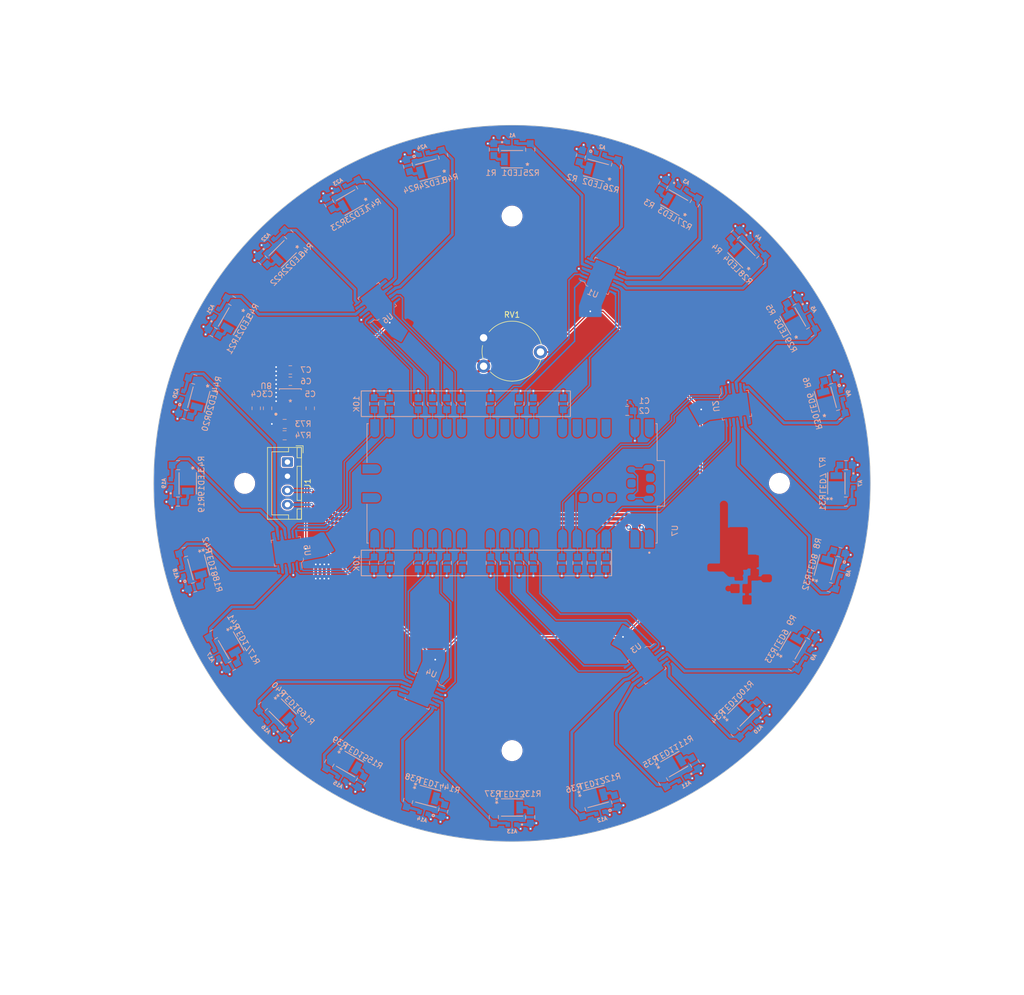
<source format=kicad_pcb>
(kicad_pcb (version 20221018) (generator pcbnew)
  (layers (0 "F.Cu" signal) (31 "B.Cu" signal) (34 "B.Paste" user) (35 "F.Paste" user) (36 "B.SilkS" user "B.Silkscreen") (37 "F.SilkS" user "F.Silkscreen") (38 "B.Mask" user) (39 "F.Mask" user) (44 "Edge.Cuts" user))
  (net 0 "")
  (net 1 "+3V3")
  (net 2 "Net-(U1A-+)")
  (net 3 "GND")
  (net 4 "Net-(LED1-Pad2)")
  (net 5 "Net-(U1B-+)")
  (net 6 "Net-(U1C-+)")
  (net 7 "Net-(U1D-+)")
  (net 8 "Net-(U2A-+)")
  (net 9 "Net-(U2B-+)")
  (net 10 "Net-(U2C-+)")
  (net 11 "Net-(U2D-+)")
  (net 12 "Net-(U3A-+)")
  (net 13 "Net-(U3B-+)")
  (net 14 "Net-(U3C-+)")
  (net 15 "Net-(U3D-+)")
  (net 16 "Net-(U4A-+)")
  (net 17 "Net-(U4B-+)")
  (net 18 "Net-(U4C-+)")
  (net 19 "Net-(U4D-+)")
  (net 20 "Net-(U5A-+)")
  (net 21 "Net-(U5B-+)")
  (net 22 "Net-(U5C-+)")
  (net 23 "Net-(U5D-+)")
  (net 24 "Net-(U6A-+)")
  (net 25 "Net-(U6B-+)")
  (net 26 "Net-(U6C-+)")
  (net 27 "Net-(U6D-+)")
  (net 28 "Net-(LED2-Pad2)")
  (net 29 "Net-(LED3-Pad2)")
  (net 30 "Net-(LED4-Pad2)")
  (net 31 "Net-(LED5-Pad2)")
  (net 32 "Net-(LED6-Pad2)")
  (net 33 "Net-(LED7-Pad2)")
  (net 34 "Net-(LED8-Pad2)")
  (net 35 "Net-(LED9-Pad2)")
  (net 36 "Net-(LED10-Pad2)")
  (net 37 "Net-(LED11-Pad2)")
  (net 38 "Net-(LED12-Pad2)")
  (net 39 "Net-(LED13-Pad2)")
  (net 40 "Net-(LED14-Pad2)")
  (net 41 "Net-(LED15-Pad2)")
  (net 42 "Net-(LED16-Pad2)")
  (net 43 "Net-(LED17-Pad2)")
  (net 44 "Net-(LED18-Pad2)")
  (net 45 "Net-(LED19-Pad2)")
  (net 46 "Net-(LED20-Pad2)")
  (net 47 "Net-(LED21-Pad2)")
  (net 48 "Net-(LED22-Pad2)")
  (net 49 "Net-(LED23-Pad2)")
  (net 50 "Net-(LED24-Pad2)")
  (net 51 "/SEN1")
  (net 52 "/SEN2")
  (net 53 "/SEN3")
  (net 54 "/SEN4")
  (net 55 "+15V")
  (net 56 "/SDA")
  (net 57 "/SCL")
  (net 58 "/SEN5")
  (net 59 "/SEN6")
  (net 60 "/SEN7")
  (net 61 "/SEN8")
  (net 62 "/SEN9")
  (net 63 "/SEN10")
  (net 64 "/SEN11")
  (net 65 "/SEN12")
  (net 66 "/SEN13")
  (net 67 "/SEN14")
  (net 68 "/SEN15")
  (net 69 "/SEN16")
  (net 70 "/SEN17")
  (net 71 "/SEN18")
  (net 72 "/SEN19")
  (net 73 "/SEN20")
  (net 74 "/SEN21")
  (net 75 "/SEN22")
  (net 76 "/SEN23")
  (net 77 "/SEN24")
  (net 79 "unconnected-(U7-USB_SHIELD-PadA)")
  (net 92 "/VREF1")
  (net 93 "/VREF")
  (net 94 "Net-(U8-VCC)")
  (net 95 "Net-(U8-FB)")
  (net 96 "Net-(U8-SW-Pad5)")
  (footprint "MountingHole:MountingHole_3.2mm_M3" (layer "F.Cu") (at 197 150)
    (fp_text reference "H4" hide)
    (fp_text value "MountingHole")
  )
  (footprint "Connector_JST:JST_XH_B4B-XH-A_1x04_P2.50mm_Vertical" (layer "F.Cu") (at 110.525 146.25 -90)
    (fp_text reference "J1")
    (fp_text value "Line")
  )
  (footprint "MountingHole:MountingHole_3.2mm_M3" (layer "F.Cu") (at 150 103)
    (fp_text reference "H2" hide)
    (fp_text value "MountingHole")
  )
  (footprint "Potentiometer_THT:Potentiometer_Piher_PT-10-V10_Vertical" (layer "F.Cu") (at 145 129.4)
    (fp_text reference "RV1")
    (fp_text value "5k Pot")
  )
  (footprint "MountingHole:MountingHole_3.2mm_M3" (layer "F.Cu") (at 103 150)
    (fp_text reference "H3" hide)
    (fp_text value "MountingHole")
  )
  (footprint "MountingHole:MountingHole_3.2mm_M3" (layer "F.Cu") (at 150 197)
    (fp_text reference "H1" hide)
    (fp_text value "MountingHole")
  )
  (footprint "digikey-footprints:TSSOP-14_W4.4mm" (layer "B.Cu") (at 189.25 136.25 7.5)
    (fp_text reference "U2")
    (fp_text value "LM339")
  )
  (footprint "JB2835AWT-W-U30GA0000-N0000001:LED_J2835_CRW" (layer "B.Cu") (at 94.942228 164.752686 -75)
    (fp_text reference "LED18")
    (fp_text value "JB2835AWT-W-U30GA0000-N0000001")
  )
  (footprint "digikey-footprints:0805" (layer "B.Cu") (at 128.5 164 -90)
    (fp_text reference "R65" hide)
    (fp_text value "10k")
  )
  (footprint "digikey-footprints:TSSOP-14_W4.4mm" (layer "B.Cu") (at 173.711097 181.886636 -52.5)
    (fp_text reference "U3")
    (fp_text value "LM339")
  )
  (footprint "digikey-footprints:0805" (layer "B.Cu") (at 182.121281 199.235691 120)
    (fp_text reference "R11")
    (fp_text value "12R")
  )
  (footprint "digikey-footprints:0805" (layer "B.Cu") (at 158.75 164 -90)
    (fp_text reference "R54" hide)
    (fp_text value "10k")
  )
  (footprint "ALS-PT19-315C_L177_TR8:XDCR_ALS-PT19-315C_L177_TR8" (layer "B.Cu") (at 165.529143 92.04445 -15)
    (fp_text reference "A2")
    (fp_text value "ALS-PT19")
  )
  (footprint "JB2835AWT-W-U30GA0000-N0000001:LED_J2835_CRW" (layer "B.Cu") (at 150 207)
    (fp_text reference "LED13")
    (fp_text value "JB2835AWT-W-U30GA0000-N0000001")
  )
  (footprint "Capacitor_SMD:C_0805_2012Metric" (layer "B.Cu") (at 114.532503 136.799999 90)
    (fp_text reference "C5")
    (fp_text value "1uF")
  )
  (footprint "digikey-footprints:0805" (layer "B.Cu") (at 207.528067 162.101715 165)
    (fp_text reference "R8")
    (fp_text value "12R")
  )
  (footprint "Capacitor_SMD:C_0805_2012Metric" (layer "B.Cu") (at 111.032503 132.049999)
    (fp_text reference "C6")
    (fp_text value "22uF")
  )
  (footprint "digikey-footprints:0805" (layer "B.Cu") (at 141 136 90)
    (fp_text reference "R72" hide)
    (fp_text value "10k")
  )
  (footprint "JB2835AWT-W-U30GA0000-N0000001:LED_J2835_CRW" (layer "B.Cu") (at 199.363448 178.5 60)
    (fp_text reference "LED9")
    (fp_text value "JB2835AWT-W-U30GA0000-N0000001")
  )
  (footprint "JB2835AWT-W-U30GA0000-N0000001:LED_J2835_CRW" (layer "B.Cu") (at 121.5 199.363448 -30)
    (fp_text reference "LED15")
    (fp_text value "JB2835AWT-W-U30GA0000-N0000001")
  )
  (footprint "digikey-footprints:0805" (layer "B.Cu") (at 131.716359 94.128375 -75)
    (fp_text reference "R24")
    (fp_text value "12R")
  )
  (footprint "digikey-footprints:0805" (layer "B.Cu") (at 199.235691 117.878719 -150)
    (fp_text reference "R5")
    (fp_text value "12R")
  )
  (footprint "digikey-footprints:0805" (layer "B.Cu") (at 170.25 137.25)
    (fp_text reference "C2")
    (fp_text value "10uF")
  )
  (footprint "digikey-footprints:0805" (layer "B.Cu") (at 133.5 164 -90)
    (fp_text reference "R64" hide)
    (fp_text value "10k")
  )
  (footprint "digikey-footprints:0805" (layer "B.Cu") (at 137.898285 92.471933 105)
    (fp_text reference "R48")
    (fp_text value "330R")
  )
  (footprint "ALS-PT19-315C_L177_TR8:XDCR_ALS-PT19-315C_L177_TR8" (layer "B.Cu") (at 134.470857 92.04445 15)
    (fp_text reference "A24")
    (fp_text value "ALS-PT19")
  )
  (footprint "JB2835AWT-W-U30GA0000-N0000001:LED_J2835_CRW" (layer "B.Cu") (at 121.5 100.636552 -150)
    (fp_text reference "LED23")
    (fp_text value "JB2835AWT-W-U30GA0000-N0000001")
  )
  (footprint "digikey-footprints:0805" (layer "B.Cu") (at 136 136 90)
    (fp_text reference "R70" hide)
    (fp_text value "10k")
  )
  (footprint "ALS-PT19-315C_L177_TR8:XDCR_ALS-PT19-315C_L177_TR8" (layer "B.Cu") (at 150 210 180)
    (fp_text reference "A13")
    (fp_text value "ALS-PT19")
  )
  (footprint "JB2835AWT-W-U30GA0000-N0000001:LED_J2835_CRW" (layer "B.Cu") (at 100.636552 178.5 -60)
    (fp_text reference "LED17")
    (fp_text value "JB2835AWT-W-U30GA0000-N0000001")
  )
  (footprint "digikey-footprints:0805" (layer "B.Cu") (at 100.764309 117.878719 150)
    (fp_text reference "R45")
    (fp_text value "330R")
  )
  (footprint "digikey-footprints:0805" (layer "B.Cu") (at 94.128375 168.283641 15)
    (fp_text reference "R18")
    (fp_text value "12R")
  )
  (footprint "digikey-footprints:0805" (layer "B.Cu") (at 205.871625 131.716359 -165)
    (fp_text reference "R6")
    (fp_text value "12R")
  )
  (footprint "digikey-footprints:0805" (layer "B.Cu") (at 202.435691 176.578719 150)
    (fp_text reference "R9")
    (fp_text value "12R")
  )
  (footprint "Capacitor_SMD:C_0805_2012Metric" (layer "B.Cu") (at 107.032503 136.799999 -90)
    (fp_text reference "C3")
    (fp_text value "4.7uF")
  )
  (footprint "digikey-footprints:0805" (layer "B.Cu") (at 100.764309 182.121281 30)
    (fp_text reference "R17")
    (fp_text value "12R")
  )
  (footprint "JB2835AWT-W-U30GA0000-N0000001:LED_J2835_CRW" (layer "B.Cu") (at 178.5 199.363448 30)
    (fp_text reference "LED11")
    (fp_text value "JB2835AWT-W-U30GA0000-N0000001")
  )
  (footprint "ALS-PT19-315C_L177_TR8:XDCR_ALS-PT19-315C_L177_TR8" (layer "B.Cu") (at 120 201.961524 150)
    (fp_text reference "A15")
    (fp_text value "ALS-PT19")
  )
  (footprint "digikey-footprints:0805" (layer "B.Cu") (at 138.55 164 -90)
    (fp_text reference "R62" hide)
    (fp_text value "10k")
  )
  (footprint "digikey-footprints:0805" (layer "B.Cu") (at 148.75 164 -90)
    (fp_text reference "R59" hide)
    (fp_text value "10k")
  )
  (footprint "digikey-footprints:0805" (layer "B.Cu") (at 189.244426 106.23009 -135)
    (fp_text reference "R4")
    (fp_text value "12R")
  )
  (footprint "digikey-footprints:0805" (layer "B.Cu") (at 162.101715 207.528067 -75)
    (fp_text reference "R36")
    (fp_text value "330R")
  )
  (footprint "ALS-PT19-315C_L177_TR8:XDCR_ALS-PT19-315C_L177_TR8" (layer "B.Cu") (at 98.038476 180 120)
    (fp_text reference "A17")
    (fp_text value "ALS-PT19")
  )
  (footprint "digikey-footprints:0805" (layer "B.Cu") (at 138.5 136 90)
    (fp_text reference "R71" hide)
    (fp_text value "10k")
  )
  (footprint "JB2835AWT-W-U30GA0000-N0000001:LED_J2835_CRW" (layer "B.Cu") (at 164.752686 94.942228 165)
    (fp_text reference "LED2")
    (fp_text value "JB2835AWT-W-U30GA0000-N0000001")
  )
  (footprint "digikey-footprints:0805" (layer "B.Cu") (at 141.25 164 -90)
    (fp_text reference "R61" hide)
    (fp_text value "10k")
  )
  (footprint "digikey-footprints:0805" (layer "B.Cu") (at 97.564309 176.578719 -150)
    (fp_text reference "R41")
    (fp_text value "330R")
  )
  (footprint "ALS-PT19-315C_L177_TR8:XDCR_ALS-PT19-315C_L177_TR8" (layer "B.Cu") (at 165.529143 207.95555 -165)
    (fp_text reference "A12")
    (fp_text value "ALS-PT19")
  )
  (footprint "digikey-footprints:0805" (layer "B.Cu") (at 123.421281 202.435691 60)
    (fp_text reference "R15")
    (fp_text value "12R")
  )
  (footprint "digikey-footprints:0805" (layer "B.Cu") (at 159 136 90)
    (fp_text reference "R52" hide)
    (fp_text value "10k")
  )
  (footprint "digikey-footprints:0805" (layer "B.Cu") (at 151.25 164 -90)
    (fp_text reference "R58" hide)
    (fp_text value "10k")
  )
  (footprint "digikey-footprints:0805" (layer "B.Cu") (at 106.23009 110.755574 -45)
    (fp_text reference "R22")
    (fp_text value "12R")
  )
  (footprint "JB2835AWT-W-U30GA0000-N0000001:LED_J2835_CRW" (layer "B.Cu") (at 178.5 100.636552 150)
    (fp_text reference "LED3")
    (fp_text value "JB2835AWT-W-U30GA0000-N0000001")
  )
  (footprint "ALS-PT19-315C_L177_TR8:XDCR_ALS-PT19-315C_L177_TR8" (layer "B.Cu") (at 98.038476 120 60)
    (fp_text reference "A21")
    (fp_text value "ALS-PT19")
  )
  (footprint "JB2835AWT-W-U30GA0000-N0000001:LED_J2835_CRW" (layer "B.Cu") (at 135.247314 205.057772 -15)
    (fp_text reference "LED14")
    (fp_text value "JB2835AWT-W-U30GA0000-N0000001")
  )
  (footprint "JB2835AWT-W-U30GA0000-N0000001:LED_J2835_CRW" (layer "B.Cu") (at 164.752686 205.057772 15)
    (fp_text reference "LED12")
    (fp_text value "JB2835AWT-W-U30GA0000-N0000001")
  )
  (footprint "digikey-footprints:0805" (layer "B.Cu") (at 106.23009 189.244426 -135)
    (fp_text reference "R40")
    (fp_text value "330R")
  )
  (footprint "digikey-footprints:TSSOP-14_W4.4mm" (layer "B.Cu") (at 134.240912 186.47773 -112.5)
    (fp_text reference "U4")
    (fp_text value "LM339")
  )
  (footprint "digikey-footprints:0805" (layer "B.Cu") (at 92.471933 137.898285 -15)
    (fp_text reference "R20")
    (fp_text value "12R")
  )
  (footprint "digikey-footprints:0805" (layer "B.Cu") (at 117.878719 100.764309 -60)
    (fp_text reference "R23")
    (fp_text value "12R")
  )
  (footprint "digikey-footprints:0805" (layer "B.Cu") (at 161.5 164 -90)
    (fp_text reference "R53" hide)
    (fp_text value "10k")
  )
  (footprint "JB2835AWT-W-U30GA0000-N0000001:LED_J2835_CRW" (layer "B.Cu") (at 205.057772 135.247314 105)
    (fp_text reference "LED6")
    (fp_text value "JB2835AWT-W-U30GA0000-N0000001")
  )
  (footprint "digikey-footprints:0805" (layer "B.Cu") (at 125.75 164 -90)
    (fp_text reference "R66" hide)
    (fp_text value "10k")
  )
  (footprint "digikey-footprints:0805" (layer "B.Cu") (at 146.8 91.3 -90)
    (fp_text reference "R1")
    (fp_text value "12R")
  )
  (footprint "ALS-PT19-315C_L177_TR8:XDCR_ALS-PT19-315C_L177_TR8" (layer "B.Cu") (at 180 98.038476 -30)
    (fp_text reference "A3")
    (fp_text value "ALS-PT19")
  )
  (footprint "digikey-footprints:0805" (layer "B.Cu") (at 137.898285 207.528067 75)
    (fp_text reference "R14")
    (fp_text value "12R")
  )
  (footprint "digikey-footprints:0805" (layer "B.Cu") (at 133.5 136 90)
    (fp_text reference "R69" hide)
    (fp_text value "10k")
  )
  (footprint "digikey-footprints:0805" (layer "B.Cu") (at 91.3 153.2)
    (fp_text reference "R19")
    (fp_text value "12R")
  )
  (footprint "JB2835AWT-W-U30GA0000-N0000001:LED_J2835_CRW" (layer "B.Cu") (at 109.694913 109.694913 -135)
    (fp_text reference "LED22")
    (fp_text value "JB2835AWT-W-U30GA0000-N0000001")
  )
  (footprint "digikey-footprints:0805" (layer "B.Cu") (at 202.435691 123.421281 30)
    (fp_text reference "R29")
    (fp_text value "330R")
  )
  (footprint "digikey-footprints:0805" (layer "B.Cu") (at 94.128375 131.716359 165)
    (fp_text reference "R44")
    (fp_text value "330R")
  )
  (footprint "ALS-PT19-315C_L177_TR8:XDCR_ALS-PT19-315C_L177_TR8" (layer "B.Cu") (at 107.573593 192.426407 135)
    (fp_text reference "A16")
    (fp_text value "ALS-PT19")
  )
  (footprint "ALS-PT19-315C_L177_TR8:XDCR_ALS-PT19-315C_L177_TR8" (layer "B.Cu") (at 192.426407 107.573593 -45)
    (fp_text reference "A4")
    (fp_text value "ALS-PT19")
  )
  (footprint "digikey-footprints:0805" (layer "B.Cu") (at 153.2 91.3 90)
    (fp_text reference "R25")
    (fp_text value "330R")
  )
  (footprint "digikey-footprints:0805" (layer "B.Cu") (at 153.75 164 -90)
    (fp_text reference "R57" hide)
    (fp_text value "10k")
  )
  (footprint "JB2835AWT-W-U30GA0000-N0000001:LED_J2835_CRW" (layer "B.Cu") (at 205.057772 164.752686 75)
    (fp_text reference "LED8")
    (fp_text value "JB2835AWT-W-U30GA0000-N0000001")
  )
  (footprint "SC0915:MODULE_SC0915" (layer "B.Cu") (at 150 150 90)
    (fp_text reference "U7")
    (fp_text value "SC0915")
  )
  (footprint "digikey-footprints:0805" (layer "B.Cu") (at 91.3 146.8 180)
    (fp_text reference "R43")
    (fp_text value "330R")
  )
  (footprint "digikey-footprints:0805" (layer "B.Cu") (at 182.121281 100.764309 60)
    (fp_text reference "R27")
    (fp_text value "330R")
  )
  (footprint "JB2835AWT-W-U30GA0000-N0000001:LED_J2835_CRW" (layer "B.Cu") (at 100.636552 121.5 -120)
    (fp_text reference "LED21")
    (fp_text value "JB2835AWT-W-U30GA0000-N0000001")
  )
  (footprint "digikey-footprints:0805" (layer "B.Cu") (at 168.283641 205.871625 105)
    (fp_text reference "R12")
    (fp_text value "12R")
  )
  (footprint "digikey-footprints:TSSOP-14_W4.4mm" (layer "B.Cu") (at 126.288903 118.113364 127.5)
    (fp_text reference "U6")
    (fp_text value "LM339")
  )
  (footprint "ALS-PT19-315C_L177_TR8:XDCR_ALS-PT19-315C_L177_TR8" (layer "B.Cu") (at 201.961524 180 -120)
    (fp_text reference "A9")
    (fp_text value "ALS-PT19")
  )
  (footprint "digikey-footprints:0805" (layer "B.Cu") (at 176.578719 97.564309 -120)
    (fp_text reference "R3")
    (fp_text value "12R")
  )
  (footprint "digikey-footprints:0805" (layer "B.Cu") (at 199.235691 182.121281 -30)
    (fp_text reference "R33")
    (fp_text value "330R")
  )
  (footprint "ALS-PT19-315C_L177_TR8:XDCR_ALS-PT19-315C_L177_TR8" (layer "B.Cu") (at 150 90)
    (fp_text reference "A1")
    (fp_text value "ALS-PT19")
  )
  (footprint "JB2835AWT-W-U30GA0000-N0000001:LED_J2835_CRW" (layer "B.Cu") (at 94.942228 135.247314 -105)
    (fp_text reference "LED20")
    (fp_text value "JB2835AWT-W-U30GA0000-N0000001")
  )
  (footprint "JB2835AWT-W-U30GA0000-N0000001:LED_J2835_CRW" (layer "B.Cu") (at 207 150 90)
    (fp_text reference "LED7")
    (fp_text value "JB2835AWT-W-U30GA0000-N0000001")
  )
  (footprint "digikey-footprints:0805" (layer "B.Cu") (at 162.101715 92.471933 -105)
    (fp_text reference "R2")
    (fp_text value "12R")
  )
  (footprint "digikey-footprints:0805" (layer "B.Cu") (at 166.5 164 -90)
    (fp_text reference "R56" hide)
    (fp_text value "10k")
  )
  (footprint "digikey-footprints:0805" (layer "B.Cu") (at 146.8 208.7 -90)
    (fp_text reference "R37")
    (fp_text value "330R")
  )
  (footprint "digikey-footprints:0805" (layer "B.Cu") (at 208.7 146.8 180)
    (fp_text reference "R7")
    (fp_text value "12R")
  )
  (footprint "digikey-footprints:0805" (layer "B.Cu") (at 128.5 136 90)
    (fp_text reference "R67" hide)
    (fp_text value "10k")
  )
  (footprint "digikey-footprints:0805" (layer "B.Cu") (at 123.421281 97.564309 120)
    (fp_text reference "R47")
    (fp_text value "330R")
  )
  (footprint "digikey-footprints:0805" (layer "B.Cu") (at 208.7 153.2)
    (fp_text reference "R31")
    (fp_text value "330R")
  )
  (footprint "ALS-PT19-315C_L177_TR8:XDCR_ALS-PT19-315C_L177_TR8" (layer "B.Cu") (at 120 98.038476 30)
    (fp_text reference "A23")
    (fp_text value "ALS-PT19")
  )
  (footprint "digikey-footprints:0805" (layer "B.Cu") (at 92.471933 162.101715 -165)
    (fp_text reference "R42")
    (fp_text value "330R")
  )
  (footprint "digikey-footprints:0805" (layer "B.Cu") (at 136 164 -90)
    (fp_text reference "R63" hide)
    (fp_text value "10k")
  )
  (footprint "digikey-footprints:0805" (layer "B.Cu") (at 146.25 136 90)
    (fp_text reference "R49" hide)
    (fp_text value "10k")
  )
  (footprint "TPSM33625RDNR:QFN-FCMOD11_RDN_TEX" (layer "B.Cu") (at 111.032503 135.799999)
    (fp_text reference "U8")
    (fp_text value "TPSM33625RDNR")
  )
  (footprint "digikey-footprints:0805" (layer "B.Cu") (at 193.76991 110.755574 45)
    (fp_text reference "R28")
    (fp_text value "330R")
  )
  (footprint "digikey-footprints:0805" (layer "B.Cu") (at 193.76991 189.244426 135)
    (fp_text reference "R10")
    (fp_text value "12R")
  )
  (footprint "digikey-footprints:0805" (layer "B.Cu") (at 153.2 208.7 90)
    (fp_text reference "R13")
    (fp_text value "12R")
  )
  (footprint "ALS-PT19-315C_L177_TR8:XDCR_ALS-PT19-315C_L177_TR8" (layer "B.Cu") (at 92.04445 134.470857 75)
    (fp_text reference "A20")
    (fp_text value "ALS-PT19")
  )
  (footprint "ALS-PT19-315C_L177_TR8:XDCR_ALS-PT19-315C_L177_TR8" (layer "B.Cu") (at 201.961524 120 -60)
    (fp_text reference "A5")
    (fp_text value "ALS-PT19")
  )
  (footprint "digikey-footprints:0805" (layer "B.Cu") (at 189.244426 193.76991 -45)
    (fp_text reference "R34")
    (fp_text value "330R")
  )
  (footprint "ALS-PT19-315C_L177_TR8:XDCR_ALS-PT19-315C_L177_TR8" (layer "B.Cu") (at 207.95555 165.529143 -105)
    (fp_text reference "A8")
    (fp_text value "ALS-PT19")
  )
  (footprint "digikey-footprints:0805" (layer "B.Cu") (at 176.578719 202.435691 -60)
    (fp_text reference "R35")
    (fp_text value "330R")
  )
  (footprint "ALS-PT19-315C_L177_TR8:XDCR_ALS-PT19-315C_L177_TR8" (layer "B.Cu") (at 180 201.961524 -150)
    (fp_text reference "A11")
    (fp_text value "ALS-PT19")
  )
  (footprint "digikey-footprints:0805" (layer "B.Cu") (at 205.871625 168.283641 -15)
    (fp_text reference "R32")
    (fp_text value "330R")
  )
  (footprint "digikey-footprints:TSSOP-14_W4.4mm" (layer "B.Cu") (at 110.529815 161.963045 -172.5)
    (fp_text reference "U5")
    (fp_text value "LM339")
  )
  (footprint "digikey-footprints:0805" (layer "B.Cu") (at 110.755574 106.23009 135)
    (fp_text reference "R46")
    (fp_text value "330R")
  )
  (footprint "JB2835AWT-W-U30GA0000-N0000001:LED_J2835_CRW" (layer "B.Cu") (at 150 93 180)
    (fp_text reference "LED1")
    (fp_text value "JB2835AWT-W-U30GA0000-N0000001")
  )
  (footprint "digikey-footprints:0805" (layer "B.Cu") (at 153.75 136 90)
    (fp_text reference "R51" hide)
    (fp_text value "10k")
  )
  (footprint "digikey-footprints:0805" (layer "B.Cu") (at 168.283641 94.128375 75)
    (fp_text reference "R26")
    (fp_text value "330R")
  )
  (footprint "Capacitor_SMD:C_0805_2012Metric" (layer "B.Cu") (at 105.032503 136.799999 -90)
    (fp_text reference "C4")
    (fp_text value "0.1uF")
  )
  (footprint "ALS-PT19-315C_L177_TR8:XDCR_ALS-PT19-315C_L177_TR8" (layer "B.Cu") (at 90 150 90)
    (fp_text reference "A19")
    (fp_text value "ALS-PT19")
  )
  (footprint "JB2835AWT-W-U30GA0000-N0000001:LED_J2835_CRW" (layer "B.Cu") (at 93 150 -90)
    (fp_text reference "LED19")
    (fp_text value "JB2835AWT-W-U30GA0000-N0000001")
  )
  (footprint "digikey-footprints:0805" (layer "B.Cu") (at 207.528067 137.898285 15)
    (fp_text reference "R30")
    (fp_text value "330R")
  )
  (footprint "digikey-footprints:0805" (layer "B.Cu") (at 151.3 136 90)
    (fp_text reference "R50" hide)
    (fp_text value "10k")
  )
  (footprint "digikey-footprints:0805" (layer "B.Cu") (at 131.716359 205.871625 -105)
    (fp_text reference "R38")
    (fp_text value "330R")
  )
  (footprint "ALS-PT19-315C_L177_TR8:XDCR_ALS-PT19-315C_L177_TR8" (layer "B.Cu") (at 210 150 -90)
    (fp_text reference "A7")
    (fp_text value "ALS-PT19")
  )
  (footprint "JB2835AWT-W-U30GA0000-N0000001:LED_J2835_CRW" (layer "B.Cu") (at 199.363448 121.5 120)
    (fp_text reference "LED5")
    (fp_text value "JB2835AWT-W-U30GA0000-N0000001")
  )
  (footprint "ALS-PT19-315C_L177_TR8:XDCR_ALS-PT19-315C_L177_TR8" (layer "B.Cu") (at 207.95555 134.470857 -75)
    (fp_text reference "A6")
    (fp_text value "ALS-PT19")
  )
  (footprint "digikey-footprints:0805" (layer "B.Cu") (at 117.878719 199.235691 -120)
    (fp_text reference "R39")
    (fp_text value "330R")
  )
  (footprint "JB2835AWT-W-U30GA0000-N0000001:LED_J2835_CRW" (layer "B.Cu") (at 135.247314 94.942228 -165)
    (fp_text reference "LED24")
    (fp_text value "JB2835AWT-W-U30GA0000-N0000001")
  )
  (footprint "digikey-footprints:TSSOP-14_W4.4mm" (layer "B.Cu") (at 165.759088 113.52227 67.5)
    (fp_text reference "U1")
    (fp_text value "LM339")
  )
  (footprint "JB2835AWT-W-U30GA0000-N0000001:LED_J2835_CRW" (layer "B.Cu") (at 109.694913 190.305087 -45)
    (fp_text reference "LED16")
    (fp_text value "JB2835AWT-W-U30GA0000-N0000001")
  )
  (footprint "ALS-PT19-315C_L177_TR8:XDCR_ALS-PT19-315C_L177_TR8" (layer "B.Cu") (at 192.426407 192.426407 -135)
    (fp_text reference "A10")
    (fp_text value "ALS-PT19")
  )
  (footprint "digikey-footprints:0805" (layer "B.Cu") (at 110.032503 141.549999)
    (fp_text reference "R74")
    (fp_text value "10k")
  )
  (footprint "digikey-footprints:0805" (layer "B.Cu") (at 125.75 136 90)
    (fp_text reference "R68" hide)
    (fp_text value "10k")
  )
  (footprint "digikey-footprints:0805" (layer "B.Cu") (at 97.564309 123.421281 -30)
    (fp_text reference "R21")
    (fp_text value "12R")
  )
  (footprint "digikey-footprints:0805" (layer "B.Cu") (at 110.032503 139.549999 180)
    (fp_text reference "R73")
    (fp_text value "10k")
  )
  (footprint "JB2835AWT-W-U30GA0000-N0000001:LED_J2835_CRW" (layer "B.Cu") (at 190.305087 190.305087 45)
    (fp_text reference "LED10")
    (fp_text value "JB2835AWT-W-U30GA0000-N0000001")
  )
  (footprint "ALS-PT19-315C_L177_TR8:XDCR_ALS-PT19-315C_L177_TR8" (layer "B.Cu") (at 107.573593 107.573593 45)
    (fp_text reference "A22")
    (fp_text value "ALS-PT19")
  )
  (footprint "Capacitor_SMD:C_0402_1005Metric" (layer "B.Cu") (at 170.25 135.75)
    (fp_text reference "C1")
    (fp_text value "0.1uF")
  )
  (footprint "digikey-footprints:0805" (layer "B.Cu") (at 110.755574 193.76991 45)
    (fp_text reference "R16")
    (fp_text value "12R")
  )
  (footprint "JB2835AWT-W-U30GA0000-N0000001:LED_J2835_CRW" (layer "B.Cu") (at 190.305087 109.694913 135)
    (fp_text reference "LED4")
    (fp_text value "JB2835AWT-W-U30GA0000-N0000001")
  )
  (footprint "digikey-footprints:0805" (layer "B.Cu") (at 146.25 164 -90)
    (fp_text reference "R60" hide)
    (fp_text value "10k")
  )
  (footprint "Capacitor_SMD:C_0805_2012Metric" (layer "B.Cu") (at 111.032503 130.049999)
    (fp_text reference "C7")
    (fp_text value "22uF")
  )
  (footprint "ALS-PT19-315C_L177_TR8:XDCR_ALS-PT19-315C_L177_TR8" (layer "B.Cu") (at 92.04445 165.529143 105)
    (fp_text reference "A18")
    (fp_text value "ALS-PT19")
  )
  (footprint "digikey-footprints:0805" (layer "B.Cu") (at 164 164 -90)
    (fp_text reference "R55" hide)
    (fp_text value "10k")
  )
  (footprint "ALS-PT19-315C_L177_TR8:XDCR_ALS-PT19-315C_L177_TR8" (layer "B.Cu") (at 134.470857 207.95555 165)
    (fp_text reference "A14")
    (fp_text value "ALS-PT19")
  )
  (gr_rect (start 123.5 133.75) (end 160.25 138.25) (stroke (width 0.15)) (fill none) (layer "B.SilkS"))
  (gr_rect (start 123.5 161.75) (end 167.5 166.25) (stroke (width 0.15)) (fill none) (layer "B.SilkS"))
  (gr_circle (center 150 150) (end 213 150) (stroke (width 0.1)) (fill none) (layer "Edge.Cuts"))
  (gr_text "10K" (at 123.25 162.5 90) (layer "B.SilkS") (effects (font (size 1 1)) (justify left bottom mirror)))
  (gr_text "10K" (at 123.25 134.5 90) (layer "B.SilkS") (effects (font (size 1 1)) (justify left bottom mirror)))
  (via (at 89.25 153.25) (size 0.6) (drill 0.3) (layers "F.Cu" "B.Cu") (net 1))
  (via (at 91.708235 167.172146) (size 0.6) (drill 0.3) (layers "F.Cu" "B.Cu") (net 1))
  (via (at 138.5 166.25) (size 0.6) (drill 0.3) (layers "F.Cu" "B.Cu") (net 1))
  (via (at 122.439583 204.236043) (size 0.6) (drill 0.3) (layers "F.Cu" "B.Cu") (net 1))
  (via (at 181.674038 201.861043) (size 0.6) (drill 0.3) (layers "F.Cu" "B.Cu") (net 1))
  (via (at 108.532503 133.299999) (size 0.6) (drill 0.3) (layers "F.Cu" "B.Cu") (net 1))
  (via (at 161.359253 91.185951) (size 0.6) (drill 0.3) (layers "F.Cu" "B.Cu") (net 1))
  (via (at 138.640747 208.814049) (size 0.6) (drill 0.3) (layers "F.Cu" "B.Cu") (net 1))
  (via (at 167.172146 208.291765) (size 0.6) (drill 0.3) (layers "F.Cu" "B.Cu") (net 1))
  (via (at 183.189583 200.986043) (size 0.6) (drill 0.3) (layers "F.Cu" "B.Cu") (net 1))
  (via (at 108.532503 129.549999) (size 0.6) (drill 0.3) (layers "F.Cu" "B.Cu") (net 1))
  (via (at 141.25 166.25) (size 0.6) (drill 0.3) (layers "F.Cu" "B.Cu") (net 1))
  (via (at 116.444392 100.379982) (size 0.6) (drill 0.3) (layers "F.Cu" "B.Cu") (net 1))
  (via (at 104.745166 110.755574) (size 0.6) (drill 0.3) (layers "F.Cu" "B.Cu") (net 1))
  (via (at 161.75 112.25) (size 0.6) (drill 0.3) (layers "F.Cu" "B.Cu") (net 1))
  (via (at 200.986043 116.810417) (size 0.6) (drill 0.3) (layers "F.Cu" "B.Cu") (net 1))
  (via (at 91.185951 138.640747) (size 0.6) (drill 0.3) (layers "F.Cu" "B.Cu") (net 1))
  (via (at 148.75 166.25) (size 0.6) (drill 0.3) (layers "F.Cu" "B.Cu") (net 1))
  (via (at 169.569623 206.614087) (size 0.6) (drill 0.3) (layers "F.Cu" "B.Cu") (net 1))
  (via (at 153.25 210.75) (size 0.6) (drill 0.3) (layers "F.Cu" "B.Cu") (net 1))
  (via (at 138.5 133.75) (size 0.6) (drill 0.3) (layers "F.Cu" "B.Cu") (net 1))
  (via (at 131.137484 92.161168) (size 0.6) (drill 0.3) (layers "F.Cu" "B.Cu") (net 1))
  (via (at 151.5 133.75) (size 0.6) (drill 0.3) (layers "F.Cu" "B.Cu") (net 1))
  (via (at 108.532503 131.799999) (size 0.6) (drill 0.3) (layers "F.Cu" "B.Cu") (net 1))
  (via (at 158.75 166.25) (size 0.6) (drill 0.3) (layers "F.Cu" "B.Cu") (net 1))
  (via (at 90.478844 137.416002) (size 0.6) (drill 0.3) (layers "F.Cu" "B.Cu") (net 1))
  (via (at 146.75 89.25) (size 0.6) (drill 0.3) (layers "F.Cu" "B.Cu") (net 1))
  (via (at 208.814049 161.359253) (size 0.6) (drill 0.3) (layers "F.Cu" "B.Cu") (net 1))
  (via (at 209.068223 164.274368) (size 0.6) (drill 0.3) (layers "F.Cu" "B.Cu") (net 1))
  (via (at 151.25 166.25) (size 0.6) (drill 0.3) (layers "F.Cu" "B.Cu") (net 1))
  (via (at 199.620018 116.444392) (size 0.6) (drill 0.3) (layers "F.Cu" "B.Cu") (net 1))
  (via (at 146.25 133.75) (size 0.6) (drill 0.3) (layers "F.Cu" "B.Cu") (net 1))
  (via (at 141 133.75) (size 0.6) (drill 0.3) (layers "F.Cu" "B.Cu") (net 1))
  (via (at 168.862516 207.838832) (size 0.6) (drill 0.3) (layers "F.Cu" "B.Cu") (net 1))
  (via (at 195.254834 190.65864) (size 0.6) (drill 0.3) (layers "F.Cu" "B.Cu") (net 1))
  (via (at 145.75 90.25) (size 0.6) (drill 0.3) (layers "F.Cu" "B.Cu") (net 1))
  (via (at 90.931777 135.725632) (size 0.6) (drill 0.3) (layers "F.Cu" "B.Cu") (net 1))
  (via (at 146.25 166.25) (size 0.6) (drill 0.3) (layers "F.Cu" "B.Cu") (net 1))
  (via (at 179.075962 96.638957) (size 0.6) (drill 0.3) (layers "F.Cu" "B.Cu") (net 1))
  (via (at 166.5 166.25) (size 0.6) (drill 0.3) (layers "F.Cu" "B.Cu") (net 1))
  (via (at 108.532503 131.049999) (size 0.6) (drill 0.3) (layers "F.Cu" "B.Cu") (net 1))
  (via (at 176.5 179) (size 0.6) (drill 0.3) (layers "F.Cu" "B.Cu") (net 1))
  (via (at 92.161168 168.862516) (size 0.6) (drill 0.3) (layers "F.Cu" "B.Cu") (net 1))
  (via (at 107.782503 139.549999) (size 0.6) (drill 0.3) (layers "F.Cu" "B.Cu") (net 1))
  (via (at 208.291765 132.827854) (size 0.6) (drill 0.3) (layers "F.Cu" "B.Cu") (net 1))
  (via (at 108.103923 194.017397) (size 0.6) (drill 0.3) (layers "F.Cu" "B.Cu") (net 1))
  (via (at 137.416002 209.521156) (size 0.6) (drill 0.3) (layers "F.Cu" "B.Cu") (net 1))
  (via (at 104.745166 109.34136) (size 0.6) (drill 0.3) (layers "F.Cu" "B.Cu") (net 1))
  (via (at 194.017397 191.896077) (size 0.6) (drill 0.3) (layers "F.Cu" "B.Cu") (net 1))
  (via (at 100.379982 183.555608) (size 0.6) (drill 0.3) (layers "F.Cu" "B.Cu") (net 1))
  (via (at 110.755574 195.254834) (size 0.6) (drill 0.3) (layers "F.Cu" "B.Cu") (net 1))
  (via (at 136 133.75) (size 0.6) (drill 0.3) (layers "F.Cu" "B.Cu") (net 1))
  (via (at 204.236043 177.560417) (size 0.6) (drill 0.3) (layers "F.Cu" "B.Cu") (net 1))
  (via (at 191.896077 105.982603) (size 0.6) (drill 0.3) (layers "F.Cu" "B.Cu") (net 1))
  (via (at 210.75 148.5) (size 0.6) (drill 0.3) (layers "F.Cu" "B.Cu") (net 1))
  (via (at 128.5 166.25) (size 0.6) (drill 0.3) (layers "F.Cu" "B.Cu") (net 1))
  (via (at 164 166.25) (size 0.6) (drill 0.3) (layers "F.Cu" "B.Cu") (net 1))
  (via (at 153.75 133.75) (size 0.6) (drill 0.3) (layers "F.Cu" "B.Cu") (net 1))
  (via (at 133.5 133.75) (size 0.6) (drill 0.3) (layers "F.Cu" "B.Cu") (net 1))
  (via (at 109.34136 195.254834) (size 0.6) (drill 0.3) (layers "F.Cu" "B.Cu") (net 1))
  (via (at 138.25 187.25) (size 0.6) (drill 0.3) (layers "F.Cu" "B.Cu") (net 1))
  (via (at 148.5 89.25) (size 0.6) (drill 0.3) (layers "F.Cu" "B.Cu") (net 1))
  (via (at 176.194392 96.129982) (size 0.6) (drill 0.3) (layers "F.Cu" "B.Cu") (net 1))
  (via (at 125.75 166.25) (size 0.6) (drill 0.3) (layers "F.Cu" "B.Cu") (net 1))
  (via (at 171.59 142.5) (size 0.6) (drill 0.3) (layers "F.Cu" "B.Cu") (net 1))
  (via (at 118.325962 98.138957) (size 0.6) (drill 0.3) (layers "F.Cu" "B.Cu") (net 1))
  (via (at 183.555608 199.620018) (size 0.6) (drill 0.3) (layers "F.Cu" "B.Cu") (net 1))
  (via (at 132.827854 91.708235) (size 0.6) (drill 0.3) (layers "F.Cu" "B.Cu") (net 1))
  (via (at 108.532503 132.549999) (size 0.6) (drill 0.3) (layers "F.Cu" "B.Cu") (net 1))
  (via (at 120.924038 203.361043) (size 0.6) (drill 0.3) (layers "F.Cu" "B.Cu") (net 1))
  (via (at 189.244426 104.745166) (size 0.6) (drill 0.3) (layers "F.Cu" "B.Cu") (net 1))
  (via (at 151.5 210.75) (size 0.6) (drill 0.3) (layers "F.Cu" "B.Cu") (net 1))
  (via (at 195.254834 189.244426) (size 0.6) (drill 0.3) (layers "F.Cu" "B.Cu") (net 1))
  (via (at 108.532503 130.299999) (size 0.6) (drill 0.3) (layers "F.Cu" "B.Cu") (net 1))
  (via (at 203.361043 179.075962) (size 0.6) (drill 0.3) (layers "F.Cu" "B.Cu") (net 1))
  (via (at 190.65864 104.745166) (size 0.6) (drill 0.3) (layers "F.Cu" "B.Cu") (net 1))
  (via (at 188 132.25) (size 0.6) (drill 0.3) (layers "F.Cu" "B.Cu") (net 1))
  (via (at 89.25 151.5) (size 0.6) (drill 0.3) (layers "F.Cu" "B.Cu") (net 1))
  (via (at 99.013957 183.189583) (size 0.6) (drill 0.3) (layers "F.Cu" "B.Cu") (net 1))
  (via (at 209.75 145.75) (size 0.6) (drill 0.3) (layers "F.Cu" "B.Cu") (net 1))
  (via (at 96.638957 120.924038) (size 0.6) (drill 0.3) (layers "F.Cu" "B.Cu") (net 1))
  (via (at 161.5 166.25) (size 0.6) (drill 0.3) (layers "F.Cu" "B.Cu") (net 1))
  (via (at 209.521156 162.583998) (size 0.6) (drill 0.3) (layers "F.Cu" "B.Cu") (net 1))
  (via (at 136 166.25) (size 0.6) (drill 0.3) (layers "F.Cu" "B.Cu") (net 1))
  (via (at 135.725632 209.068223) (size 0.6) (drill 0.3) (layers "F.Cu" "B.Cu") (net 1))
  (via (at 206.614087 130.430377) (size 0.6) (drill 0.3) (layers "F.Cu" "B.Cu") (net 1))
  (via (at 123.5 121.25) (size 0.6) (drill 0.3) (layers "F.Cu" "B.Cu") (net 1))
  (via (at 133.5 166.25) (size 0.6) (drill 0.3) (layers "F.Cu" "B.Cu") (net 1))
  (via (at 177.560417 95.763957) (size 0.6) (drill 0.3) (layers "F.Cu" "B.Cu") (net 1))
  (via (at 164.274368 90.931777) (size 0.6) (drill 0.3) (layers "F.Cu" "B.Cu") (net 1))
  (via (at 108.532503 135.549999) (size 0.6) (drill 0.3) (layers "F.Cu" "B.Cu") (net 1))
  (via (at 95.763957 122.439583) (size 0.6) (drill 0.3) (layers "F.Cu" "B.Cu") (net 1))
  (via (at 210.75 146.75) (size 0.6) (drill 0.3) (layers "F.Cu" "B.Cu") (net 1))
  (via (at 130.430377 93.385913) (size 0.6) (drill 0.3) (layers "F.Cu" "B.Cu") (net 1))
  (via (at 116.810417 99.013957) (size 0.6) (drill 0.3) (layers "F.Cu" "B.Cu") (net 1))
  (via (at 154.25 209.75) (size 0.6) (drill 0.3) (layers "F.Cu" "B.Cu") (net 1))
  (via (at 159 133.75) (size 0.6) (drill 0.3) (layers "F.Cu" "B.Cu") (net 1))
  (via (at 153.75 166.25) (size 0.6) (drill 0.3) (layers "F.Cu" "B.Cu") (net 1))
  (via (at 207.838832 131.137484) (size 0.6) (drill 0.3) (layers "F.Cu" "B.Cu") (net 1))
  (via (at 125.75 133.75) (size 0.6) (drill 0.3) (layers "F.Cu" "B.Cu") (net 1))
  (via (at 203.870018 176.194392) (size 0.6) (drill 0.3) (layers "F.Cu" "B.Cu") (net 1))
  (via (at 108.532503 134.799999) (size 0.6) (drill 0.3) (layers "F.Cu" "B.Cu") (net 1))
  (via (at 123.805608 203.870018) (size 0.6) (drill 0.3) (layers "F.Cu" "B.Cu") (net 1))
  (via (at 201.861043 118.325962) (size 0.6) (drill 0.3) (layers "F.Cu" "B.Cu") (net 1))
  (via (at 105.982603 108.103923) (size 0.6) (drill 0.3) (layers "F.Cu" "B.Cu") (net 1))
  (via (at 128.5 133.75) (size 0.6) (drill 0.3) (layers "F.Cu" "B.Cu") (net 1))
  (via (at 93.385913 169.569623) (size 0.6) (drill 0.3) (layers "F.Cu" "B.Cu") (net 1))
  (via (at 90.25 154.25) (size 0.6) (drill 0.3) (layers "F.Cu" "B.Cu") (net 1))
  (via (at 96.129982 123.805608) (size 0.6) (drill 0.3) (layers "F.Cu" "B.Cu") (net 1))
  (via (at 98.138957 181.674038) (size 0.6) (drill 0.3) (layers "F.Cu" "B.Cu") (net 1))
  (via (at 108.532503 134.049999) (size 0.6) (drill 0.3) (layers "F.Cu" "B.Cu") (net 1))
  (via (at 162.583998 90.478844) (size 0.6) (drill 0.3) (layers "F.Cu" "B.Cu") (net 1))
  (via (at 111.549517 166.121951) (size 0.6) (drill 0.3) (layers "F.Cu" "B.Cu") (net 1))
  (segment (start 90.540081 137.380647) (end 91.457711 137.626525) (width 0.5) (layer "B.Cu") (net 1))
  (segment (start 180.649519 201.586524) (end 181.674038 201.861043) (width 0.5) (layer "B.Cu") (net 1))
  (segment (start 204.236043 177.560417) (end 204.167742 177.578718) (width 0.25) (layer "B.Cu") (net 1))
  (segment (start 200.986043 116.810417) (end 200.967742 116.878718) (width 0.25) (layer "B.Cu") (net 1))
  (segment (start 90 150.75) (end 89.25 151.5) (width 0.5) (layer "B.Cu") (net 1))
  (segment (start 95.763957 122.439583) (end 95.832258 122.421282) (width 0.25) (layer "B.Cu") (net 1))
  (segment (start 201.586524 119.350481) (end 200.486524 117.445225) (width 0.5) (layer "B.Cu") (net 1))
  (segment (start 164.804698 91.850336) (end 164.274368 90.931777) (width 0.5) (layer "B.Cu") (net 1))
  (segment (start 158.75 165.05) (end 158.75 166.25) (width 0.25) (layer "B.Cu") (net 1))
  (segment (start 207.761435 133.746413) (end 208.291765 132.827854) (width 0.5) (layer "B.Cu") (net 1))
  (segment (start 93.114153 168.555401) (end 93.385913 169.569623) (width 0.5) (layer "B.Cu") (net 1))
  (segment (start 104.815877 109.34136) (end 105.487628 110.013111) (width 0.5) (layer "B.Cu") (net 1))
  (segment (start 177.578719 95.832258) (end 177.103719 96.654982) (width 0.5) (layer "B.Cu") (net 1))
  (segment (start 109.34136 195.254834) (end 109.34136 195.184123) (width 0.25) (layer "B.Cu") (net 1))
  (segment (start 91.850336 135.195302) (end 91.280934 137.320339) (width 0.5) (layer "B.Cu") (net 1))
  (segment (start 131.198721 92.196523) (end 131.444599 93.114153) (width 0.5) (layer "B.Cu") (net 1))
  (segment (start 137.626525 208.542289) (end 138.640747 208.814049) (width 0.5) (layer "B.Cu") (net 1))
  (segment (start 164 165.05) (end 164 166.25) (width 0.25) (layer "B.Cu") (net 1))
  (segment (start 210 149.25) (end 210.75 148.5) (width 0.5) (layer "B.Cu") (net 1))
  (segment (start 204.167742 177.578719) (end 203.345018 177.103719) (width 0.5) (layer "B.Cu") (net 1))
  (segment (start 208.149664 164.804698) (end 208.719066 162.679661) (width 0.5) (layer "B.Cu") (net 1))
  (segment (start 99.854982 182.646281) (end 100.379982 183.555608) (width 0.5) (layer "B.Cu") (net 1))
  (segment (start 162.85419 113.022577) (end 162.522577 113.022577) (width 0.25) (layer "B.Cu") (net 1))
  (segment (start 125.75 134.95) (end 128.5 134.95) (width 0.25) (layer "B.Cu") (net 1))
  (segment (start 209.459919 162.619353) (end 208.542289 162.373475) (width 0.5) (layer "B.Cu") (net 1))
  (segment (start 206.885847 131.444599) (end 206.614087 130.430377) (width 0.5) (layer "B.Cu") (net 1))
  (segment (start 95.832258 122.421281) (end 96.654982 122.896281) (width 0.5) (layer "B.Cu") (net 1))
  (segment (start 207.803477 131.198721) (end 206.885847 131.444599) (width 0.5) (layer "B.Cu") (net 1))
  (segment (start 192.956737 191.896077) (end 194.017397 191.896077) (width 0.5) (layer "B.Cu") (net 1))
  (segment (start 92.196523 168.801279) (end 93.114153 168.555401) (width 0.5) (layer "B.Cu") (net 1))
  (segment (start 148.75 165.05) (end 148.75 166.25) (width 0.25) (layer "B.Cu") (net 1))
  (segment (start 133.746413 92.238565) (end 132.827854 91.708235) (width 0.5) (layer "B.Cu") (net 1))
  (segment (start 162.583998 90.478844) (end 162.619353 90.540081) (width 0.25) (layer "B.Cu") (net 1))
  (segment (start 120.649519 202.336524) (end 120.924038 203.361043) (width 0.5) (layer "B.Cu") (net 1))
  (segment (start 159 134.95) (end 159 133.75) (width 0.25) (layer "B.Cu") (net 1))
  (segment (start 208.149664 164.804698) (end 209.068223 164.274368) (width 0.5) (layer "B.Cu") (net 1))
  (segment (start 141.25 165.05) (end 141.25 166.25) (width 0.25) (layer "B.Cu") (net 1))
  (segment (start 128.5 134.95) (end 128.5 133.75) (width 0.25) (layer "B.Cu") (net 1))
  (segment (start 150.75 210) (end 152.95 210) (width 0.5) (layer "B.Cu") (net 1))
  (segment (start 188.230298 132.480298) (end 188 132.25) (width 0.25) (layer "B.Cu") (net 1))
  (segment (start 210 149.25) (end 210 147.05) (width 0.5) (layer "B.Cu") (net 1))
  (segment (start 135.195302 208.149664) (end 137.320339 208.719066) (width 0.5) (layer "B.Cu") (net 1))
  (segment (start 137.380647 209.459919) (end 137.626525 208.542289) (width 0.5) (layer "B.Cu") (net 1))
  (segment (start 149.25 90) (end 147.05 90) (width 0.5) (layer "B.Cu") (net 1))
  (segment (start 91.457711 137.626525) (end 91.185951 138.640747) (width 0.5) (layer "B.Cu") (net 1))
  (segment (start 137.418387 187.25) (end 138.25 187.25) (width 0.25) (layer "B.Cu") (net 1))
  (segment (start 168.801279 207.803477) (end 168.555401 206.885847) (width 0.5) (layer "B.Cu") (net 1))
  (segment (start 168.555401 206.885847) (end 169.569623 206.614087) (width 0.5) (layer "B.Cu") (net 1))
  (segment (start 89.3 153.2) (end 90.25 153.2) (width 0.5) (layer "B.Cu") (net 1))
  (segment (start 202.336524 179.350481) (end 203.436524 177.445225) (width 0.5) (layer "B.Cu") (net 1))
  (segment (start 133.5 134.95) (end 133.5 133.75) (width 0.25) (layer "B.Cu") (net 1))
  (segment (start 179.350481 97.663476) (end 179.075962 96.638957) (width 0.5) (layer "B.Cu") (net 1))
  (segment (start 128.5 165.05) (end 128.5 166.25) (width 0.25) (layer "B.Cu") (net 1))
  (segment (start 109.34136 195.184123) (end 110.013111 194.512372) (width 0.5) (layer "B.Cu") (net 1))
  (segment (start 151.3 133.95) (end 151.3 134.95) (width 0.25) (layer "B.Cu") (net 1))
  (segment (start 153.25 210.75) (end 153.2 210.7) (width 0.25) (layer "B.Cu") (net 1))
  (segment (start 182.646281 200.145018) (end 183.555608 199.620018) (width 0.5) (layer "B.Cu") (net 1))
  (segment (start 116.810417 99.013957) (end 116.878718 99.032258) (width 0.25) (layer "B.Cu") (net 1))
  (segment (start 201.586524 119.350481) (end 201.861043 118.325962) (width 0.5) (layer "B.Cu") (net 1))
  (segment (start 138.55 165.05) (end 138.55 166.2) (width 0.25) (layer "B.Cu") (net 1))
  (segment (start 92.238565 166.253587) (end 92.807967 168.378624) (width 0.5) (layer "B.Cu") (net 1))
  (segment (start 119.350481 98.413476) (end 118.325962 98.138957) (width 0.5) (layer "B.Cu") (net 1))
  (segment (start 90 150.75) (end 90 152.95) (width 0.5) (layer "B.Cu") (net 1))
  (segment (start 183.121281 200.967742) (end 182.646281 200.145018) (width 0.5) (layer "B.Cu") (net 1))
  (segment (start 171.59 142.5) (end 171.59 140.31) (width 0.25) (layer "B.Cu") (net 1))
  (segment (start 125.75 165.05) (end 125.75 166.25) (width 0.25) (layer "B.Cu") (net 1))
  (segment (start 195.254834 190.65864) (end 195.184123 190.65864) (width 0.25) (layer "B.Cu") (net 1))
  (segment (start 108.103923 192.956737) (end 109.659558 194.512372) (width 0.5) (layer "B.Cu") (net 1))
  (segment (start 98.413476 180.649519) (end 99.513476 182.554775) (width 0.5) (layer "B.Cu") (net 1))
  (segment (start 194.512372 189.986888) (end 195.254834 189.244426) (width 0.5) (layer "B.Cu") (net 1))
  (segment (start 166.5 165.05) (end 166.5 166.25) (width 0.25) (layer "B.Cu") (net 1))
  (segment (start 153.2 209.75) (end 154.25 209.75) (width 0.5) (layer "B.Cu") (net 1))
  (segment (start 110.013112 194.512372) (end 110.755574 195.254834) (width 0.5) (layer "B.Cu") (net 1))
  (segment (start 137.416002 209.521156) (end 137.380647 209.459919) (width 0.25) (layer "B.Cu") (net 1))
  (segment (start 119.350481 98.413476) (end 117.445225 99.513476) (width 0.5) (layer "B.Cu") (net 1))
  (segment (start 135.195302 208.149664) (end 135.725632 209.068223) (width 0.5) (layer "B.Cu") (net 1))
  (segment (start 149.25 90) (end 148.5 89.25) (width 0.5) (layer "B.Cu") (net 1))
  (segment (start 180.649519 201.586524) (end 182.554775 200.486524) (width 0.5) (layer "B.Cu") (net 1))
  (segment (start 107.043263 108.103923) (end 105.487628 109.659558) (width 0.5) (layer "B.Cu") (net 1))
  (segment (start 146.25 165.05) (end 146.25 166.25) (width 0.25) (layer "B.Cu") (net 1))
  (segment (start 146.25 134.95) (end 146.25 133.75) (width 0.25) (layer "B.Cu") (net 1))
  (segment (start 203.345018 177.103719) (end 203.870018 176.194392) (width 0.5) (layer "B.Cu") (net 1))
  (segment (start 175.596293 179.620767) (end 176.21706 179) (width 0.25) (layer "B.Cu") (net 1))
  (segment (start 108.982503 139.549999) (end 107.782503 139.549999) (width 0.25) (layer "B.Cu") (net 1))
  (segment (start 146.75 89.25) (end 146.8 89.3) (width 0.25) (layer "B.Cu") (net 1))
  (segment (start 90.25 153.2) (end 90.25 154.25) (width 0.5) (layer "B.Cu") (net 1))
  (segment (start 177.560417 95.763957) (end 177.578718 95.832258) (width 0.25) (layer "B.Cu") (net 1))
  (segment (start 99.032258 183.121281) (end 99.854982 182.646281) (width 0.5) (layer "B.Cu") (net 1))
  (segment (start 137.14581 186.977423) (end 137.418387 187.25) (width 0.25) (layer "B.Cu") (net 1))
  (segment (start 91.850336 135.195302) (end 90.931777 135.725632) (width 0.5) (layer "B.Cu") (net 1))
  (segment (start 122.439583 204.236043) (end 122.421282 204.167742) (width 0.25) (layer "B.Cu") (net 1))
  (segment (start 136 134.95) (end 136 133.75) (width 0.25) (layer "B.Cu") (net 1))
  (segment (start 161.5 165.05) (end 161.5 166.25) (width 0.25) (layer "B.Cu") (net 1))
  (segment (start 150.75 210) (end 151.5 210.75) (width 0.5) (layer "B.Cu") (net 1))
  (segment (start 210.7 146.8) (end 209.75 146.8) (width 0.5) (layer "B.Cu") (net 1))
  (segment (start 208.542289 162.373475) (end 208.814049 161.359253) (width 0.5) (layer "B.Cu") (net 1))
  (segment (start 97.663476 120.649519) (end 96.638957 120.924038) (width 0.5) (layer "B.Cu") (net 1))
  (segment (start 171.3 136.32) (end 170.73 135.75) (width 0.25) (layer "B.Cu") (net 1))
  (segment (start 138.5 134.95) (end 138.5 133.75) (width 0.25) (layer "B.Cu") (net 1))
  (segment (start 202.336524 179.350481) (end 203.361043 179.075962) (width 0.5) (layer "B.Cu") (net 1))
  (segment (start 131.137484 92.161168) (end 131.198721 92.196523) (width 0.25) (layer "B.Cu") (net 1))
  (segment (start 210.75 146.75) (end 210.7 146.8) (width 0.25) (layer "B.Cu") (net 1))
  (segment (start 207.761435 133.746413) (end 207.192033 131.621376) (width 0.5) (layer "B.Cu") (net 1))
  (segment (start 171.3 137.25) (end 171.3 136.32) (width 0.25) (layer "B.Cu") (net 1))
  (segment (start 90.478844 137.416002) (end 90.540081 137.380647) (width 0.25) (layer "B.Cu") (net 1))
  (segment (start 171.59 140.31) (end 171.59 137.54) (width 0.25) (layer "B.Cu") (net 1))
  (segment (start 92.161168 168.862516) (end 92.196523 168.801279) (width 0.25) (layer "B.Cu") (net 1))
  (segment (start 97.663476 120.649519) (end 96.563476 122.554775) (width 0.5) (layer "B.Cu") (net 1))
  (segment (start 153.75 165.05) (end 153.75 166.25) (width 0.25) (layer "B.Cu") (net 1))
  (segment (start 190.65864 104.815877) (end 189.986889 105.487628) (width 0.5) (layer "B.Cu") (net 1))
  (segment (start 117.353719 99.854982) (end 116.444392 100.379982) (width 0.5) (layer "B.Cu") (net 1))
  (segment (start 89.25 153.25) (end 89.3 153.2) (width 0.25) (layer "B.Cu") (net 1))
  (segment (start 189.986888 105.487628) (end 189.244426 104.745166) (width 0.5) (layer "B.Cu") (net 1))
  (segment (start 146.8 89.3) (end 146.8 90.25) (width 0.5) (layer "B.Cu") (net 1))
  (segment (start 141 134.95) (end 141 133.75) (width 0.25) (layer "B.Cu") (net 1))
  (segment (start 191.896077 107.043263) (end 191.896077 105.982603) (width 0.5) (layer "B.Cu") (net 1))
  (segment (start 111.549517 166.121951) (end 111.549517 164.728607) (width 0.25) (layer "B.Cu") (net 1))
  (segment (start 133.746413 92.238565) (end 131.621376 92.807967) (width 0.5) (layer "B.Cu") (net 1))
  (segment (start 133.5 165.05) (end 133.5 166.25) (width 0.25) (layer "B.Cu") (net 1))
  (segment (start 192.956737 191.896077) (end 194.512372 190.340442) (width 0.5) (layer "B.Cu") (net 1))
  (segment (start 138.55 166.2) (end 138.5 166.25) (width 0.25) (layer "B.Cu") (net 1))
  (segment (start 98.413476 180.649519) (end 98.138957 181.674038) (width 0.5) (layer "B.Cu") (net 1))
  (segment (start 209.75 146.8) (end 209.75 145.75) (width 0.5) (layer "B.Cu") (net 1))
  (segment (start 200.967742 116.878719) (end 200.145018 117.353719) (width 0.5) (layer "B.Cu") (net 1))
  (segment (start 207.838832 131.137484) (end 207.803477 131.198721) (width 0.25) (layer "B.Cu") (net 1))
  (segment (start 122.896281 203.345018) (end 123.805608 203.870018) (width 0.5) (layer "B.Cu") (net 1))
  (segment (start 188.230298 133.484438) (end 188.230298 132.480298) (width 0.25) (layer "B.Cu") (net 1))
  (segment (start 162.619353 90.540081) (end 162.373475 91.457711) (width 0.5) (layer "B.Cu") (net 1))
  (segment (start 195.184123 190.65864) (end 194.512372 189.986889) (width 0.5) (layer "B.Cu") (net 1))
  (segment (start 122.421281 204.167742) (end 122.896281 203.345018) (width 0.5) (layer "B.Cu") (net 1))
  (segment (start 105.487628 110.013112) (end 104.745166 110.755574) (width 0.5) (layer "B.Cu") (net 1))
  (segment (start 108.103923 192.956737) (end 108.103923 194.017397) (width 0.5) (layer "B.Cu") (net 1))
  (segment (start 200.145018 117.353719) (end 199.620018 116.444392) (width 0.5) (layer "B.Cu") (net 1))
  (segment (start 107.043263 108.103923) (end 105.982603 108.103923) (width 0.5) (layer "B.Cu") (net 1))
  (segment (start 176.21706 179) (end 176.5 179) (width 0.25) (layer "B.Cu") (net 1))
  (segment (start 190.65864 104.745166) (end 190.65864 104.815877) (width 0.25) (layer "B.Cu") (net 1))
  (segment (start 120.649519 202.336524) (end 122.554775 203.436524) (width 0.5) (layer "B.Cu") (net 1))
  (segment (start 183.189583 200.986043) (end 183.121282 200.967742) (width 0.25) (layer "B.Cu") (net 1))
  (segment (start 151.5 133.75) (end 151.3 133.95) (width 0.25) (layer "B.Cu") (net 1))
  (segment (start 153.2 210.7) (end 153.2 209.75) (width 0.5) (layer "B.Cu") (net 1))
  (segment (start 166.253587 207.761435) (end 167.172146 208.291765) (width 0.5) (layer "B.Cu") (net 1))
  (segment (start 168.862516 207.838832) (end 168.801279 207.803477) (width 0.25) (layer "B.Cu") (net 1))
  (segment (start 131.444599 93.114153) (end 130.430377 93.385913) (width 0.5) (layer "B.Cu") (net 1))
  (segment (start 209.521156 162.583998) (end 209.459919 162.619353) (width 0.25) (layer "B.Cu") (net 1))
  (segment (start 99.013957 183.189583) (end 99.032258 183.121282) (width 0.25) (layer "B.Cu") (net 1))
  (segment (start 96.654982 122.896281) (end 96.129982 123.805608) (width 0.5) (layer "B.Cu") (net 1))
  (segment (start 162.373475 91.457711) (end 161.359253 91.185951) (width 0.5) (layer "B.Cu") (net 1))
  (segment (start 162.522577 113.022577) (end 161.75 112.25) (width 0.25) (layer "B.Cu") (net 1))
  (segment (start 124.370767 120.379233) (end 123.5 121.25) (width 0.25) (layer "B.Cu") (net 1))
  (segment (start 125.75 134.95) (end 125.75 133.75) (width 0.25) (layer "B.Cu") (net 1))
  (segment (start 146.8 90.25) (end 145.75 90.25) (width 0.5) (layer "B.Cu") (net 1))
  (segment (start 153.75 134.95) (end 153.75 133.75) (width 0.25) (layer "B.Cu") (net 1))
  (segment (start 177.103719 96.654982) (end 176.194392 96.129982) (width 0.5) (layer "B.Cu") (net 1))
  (segment (start 151.25 165.05) (end 151.25 166.25) (width 0.25) (layer "B.Cu") (net 1))
  (segment (start 104.745166 109.34136) (end 104.815877 109.34136) (width 0.25) (layer "B.Cu") (net 1))
  (segment (start 116.878719 99.032258) (end 117.353719 99.854982) (width 0.5) (layer "B.Cu") (net 1))
  (segment (start 191.896077 107.043263) (end 190.340442 105.487628) (width 0.5) (layer "B.Cu") (net 1))
  (segment (start 92.238565 166.253587) (end 91.708235 167.172146) (width 0.5) (layer "B.Cu") (net 1))
  (segment (start 166.253587 207.761435) (end 168.378624 207.192033) (width 0.5) (layer "B.Cu") (net 1))
  (segment (start 136 165.05) (end 136 166.25) (width 0.25) (layer "B.Cu") (net 1))
  (segment (start 151 90.25) (end 150.75 90) (width 0.5) (layer "B.Cu") (net 2))
  (segment (start 153.2 90.25) (end 151 90.25) (width 0.5) (layer "B.Cu") (net 2))
  (segment (start 162.310322 111.390189) (end 163.351678 111.821533) (width 0.5) (layer "B.Cu") (net 2))
  (segment (start 153.2 90.25) (end 162.310322 99.360322) (width 0.5) (layer "B.Cu") (net 2))
  (segment (start 162.310322 99.360322) (end 162.310322 111.390189) (width 0.5) (layer "B.Cu") (net 2))
  (segment (start 115.5 166.75) (end 115.5 164.25) (width 0.5) (layer "F.Cu") (net 3))
  (segment (start 116.25 164.25) (end 116.25 166.75) (width 0.5) (layer "F.Cu") (net 3))
  (segment (start 117.75 166.75) (end 117.75 164.25) (width 0.5) (layer "F.Cu") (net 3))
  (segment (start 117 166.75) (end 117 164.25) (width 0.5) (layer "F.Cu") (net 3))
  (via (at 116.25 166.75) (size 0.6) (drill 0.3) (layers "F.Cu" "B.Cu") (net 3))
  (via (at 117.75 164.25) (size 0.6) (drill 0.3) (layers "F.Cu" "B.Cu") (net 3))
  (via (at 116.25 164.25) (size 0.6) (drill 0.3) (layers "F.Cu" "B.Cu") (net 3))
  (via (at 117.75 166.75) (size 0.6) (drill 0.3) (layers "F.Cu" "B.Cu") (net 3))
  (via (at 117 164.25) (size 0.6) (drill 0.3) (layers "F.Cu" "B.Cu") (net 3))
  (via (at 117 166.75) (size 0.6) (drill 0.3) (layers "F.Cu" "B.Cu") (net 3))
  (via (at 115.5 164.25) (size 0.6) (drill 0.3) (layers "F.Cu" "B.Cu") (net 3))
  (via (at 115.5 166.75) (size 0.6) (drill 0.3) (layers "F.Cu" "B.Cu") (net 3))
  (segment (start 148.6427 93) (end 147.45 93) (width 0.5) (layer "B.Cu") (net 4))
  (segment (start 147.45 93) (end 146.8 92.35) (width 0.5) (layer "B.Cu") (net 4))
  (segment (start 166.430364 92.544751) (end 166.253587 92.238565) (width 0.5) (layer "B.Cu") (net 5))
  (segment (start 169.25 104.834064) (end 169.25 94.3) (width 0.5) (layer "B.Cu") (net 5))
  (segment (start 169.25 94.3) (end 168.555401 93.605401) (width 0.5) (layer "B.Cu") (net 5))
  (segment (start 168.555401 93.114153) (end 166.430364 92.544751) (width 0.5) (layer "B.Cu") (net 5))
  (segment (start 164.121822 109.962242) (end 169.25 104.834064) (width 0.5) (layer "B.Cu") (net 5))
  (segment (start 163.849167 110.62049) (end 164.121822 109.962242) (width 0.5) (layer "B.Cu") (net 5))
  (segment (start 168.555401 93.605401) (end 168.555401 93.114153) (width 0.5) (layer "B.Cu") (net 5))
  (segment (start 168.415242 114.622485) (end 169.512365 115.076928) (width 0.5) (layer "B.Cu") (net 6))
  (segment (start 192.956737 108.457477) (end 192.956737 108.103924) (width 0.5) (layer "B.Cu") (net 6))
  (segment (start 194.512372 111.737628) (end 194.512372 110.013112) (width 0.5) (layer "B.Cu") (net 6))
  (segment (start 170.098297 115.66286) (end 190.58714 115.66286) (width 0.5) (layer "B.Cu") (net 6))
  (segment (start 190.58714 115.66286) (end 194.512372 111.737628) (width 0.5) (layer "B.Cu") (net 6))
  (segment (start 169.512365 115.076928) (end 170.098297 115.66286) (width 0.5) (layer "B.Cu") (net 6))
  (segment (start 194.512372 110.013112) (end 192.956737 108.457477) (width 0.5) (layer "B.Cu") (net 6))
  (segment (start 170.098272 113.918124) (end 170.088685 113.908537) (width 0.5) (layer "B.Cu") (net 7))
  (segment (start 176.031876 113.918124) (end 170.098272 113.918124) (width 0.5) (layer "B.Cu") (net 7))
  (segment (start 170.088685 113.908537) (end 168.91273 113.421441) (width 0.5) (layer "B.Cu") (net 7))
  (segment (start 182.646281 99.854982) (end 180.741025 98.754982) (width 0.5) (layer "B.Cu") (net 7))
  (segment (start 182.646281 100.946281) (end 183 101.3) (width 0.5) (layer "B.Cu") (net 7))
  (segment (start 183 106.95) (end 176.031876 113.918124) (width 0.5) (layer "B.Cu") (net 7))
  (segment (start 180.741025 98.754982) (end 180.649519 98.413476) (width 0.5) (layer "B.Cu") (net 7))
  (segment (start 182.646281 99.854982) (end 182.646281 100.946281) (width 0.5) (layer "B.Cu") (net 7))
  (segment (start 183 101.3) (end 183 106.95) (width 0.5) (layer "B.Cu") (net 7))
  (segment (start 203.345018 122.896281) (end 202.245018 120.991025) (width 0.5) (layer "B.Cu") (net 8))
  (segment (start 196.353397 125.215896) (end 189.372053 132.19724) (width 0.5) (layer "B.Cu") (net 8))
  (segment (start 203.345018 122.896281) (end 203.345018 123.803253) (width 0.5) (layer "B.Cu") (net 8))
  (segment (start 189.372053 132.19724) (end 189.519176 133.314753) (width 0.5) (layer "B.Cu") (net 8))
  (segment (start 201.932375 125.215896) (end 196.353397 125.215896) (width 0.5) (layer "B.Cu") (net 8))
  (segment (start 203.345018 123.803253) (end 201.932375 125.215896) (width 0.5) (layer "B.Cu") (net 8))
  (segment (start 202.245018 120.991025) (end 202.336524 120.649519) (width 0.5) (layer "B.Cu") (net 8))
  (segment (start 207.972887 135.501488) (end 208.149664 135.195302) (width 0.5) (layer "B.Cu") (net 9))
  (segment (start 207.124506 139.354892) (end 208.542289 137.937109) (width 0.5) (layer "B.Cu") (net 9))
  (segment (start 208.542289 137.626525) (end 207.972887 135.501488) (width 0.5) (layer "B.Cu") (net 9))
  (segment (start 190.808055 133.145069) (end 191.514442 133.052071) (width 0.5) (layer "B.Cu") (net 9))
  (segment (start 191.514442 133.052071) (end 197.817263 139.354892) (width 0.5) (layer "B.Cu") (net 9))
  (segment (start 197.817263 139.354892) (end 207.124506 139.354892) (width 0.5) (layer "B.Cu") (net 9))
  (segment (start 189.780265 146.780265) (end 189.780265 140.277762) (width 0.5) (layer "B.Cu") (net 10))
  (segment (start 204.25 169.25) (end 202.25 167.25) (width 0.5) (layer "B.Cu") (net 10))
  (segment (start 206.885847 168.555401) (end 207.455249 166.430364) (width 0.5) (layer "B.Cu") (net 10))
  (segment (start 206.264681 168.555401) (end 205.570082 169.25) (width 0.5) (layer "B.Cu") (net 10))
  (segment (start 205.570082 169.25) (end 204.25 169.25) (width 0.5) (layer "B.Cu") (net 10))
  (segment (start 189.780265 140.277762) (end 189.625263 139.100404) (width 0.5) (layer "B.Cu") (net 10))
  (segment (start 202.25 159.25) (end 189.780265 146.780265) (width 0.5) (layer "B.Cu") (net 10))
  (segment (start 207.455249 166.430364) (end 207.761435 166.253587) (width 0.5) (layer "B.Cu") (net 10))
  (segment (start 202.25 167.25) (end 202.25 159.25) (width 0.5) (layer "B.Cu") (net 10))
  (segment (start 206.885847 168.555401) (end 206.264681 168.555401) (width 0.5) (layer "B.Cu") (net 10))
  (segment (start 208.7 154.25) (end 205.137607 154.25) (width 0.5) (layer "B.Cu") (net 11))
  (segment (start 209.75 153.2) (end 208.7 154.25) (width 0.5) (layer "B.Cu") (net 11))
  (segment (start 205.137607 154.25) (end 191.080281 140.192674) (width 0.5) (layer "B.Cu") (net 11))
  (segment (start 209.75 153.2) (end 209.75 151) (width 0.5) (layer "B.Cu") (net 11))
  (segment (start 209.75 151) (end 210 150.75) (width 0.5) (layer "B.Cu") (net 11))
  (segment (start 191.080281 140.192674) (end 190.914141 138.930719) (width 0.5) (layer "B.Cu") (net 11))
  (segment (start 200.145018 182.646281) (end 201.245018 180.741025) (width 0.5) (layer "B.Cu") (net 12))
  (segment (start 200.145018 182.646281) (end 199.603719 182.646281) (width 0.5) (layer "B.Cu") (net 12))
  (segment (start 199.603719 182.646281) (end 199.25 183) (width 0.5) (layer "B.Cu") (net 12))
  (segment (start 201.245018 180.741025) (end 201.586524 180.649519) (width 0.5) (layer "B.Cu") (net 12))
  (segment (start 180.315959 183) (end 177.281916 179.965957) (width 0.5) (layer "B.Cu") (net 12))
  (segment (start 180.315959 183) (end 199.25 183) (width 0.5) (layer "B.Cu") (net 12))
  (segment (start 177.281916 179.965957) (end 176.387683 180.652126) (width 0.5) (layer "B.Cu") (net 12))
  (segment (start 188.35 194.6) (end 189.89926 194.6) (width 0.5) (layer "B.Cu") (net 13))
  (segment (start 177.612805 183.862805) (end 188.35 194.6) (width 0.5) (layer "B.Cu") (net 13))
  (segment (start 177.179073 181.683485) (end 177.612805 182.248735) (width 0.5) (layer "B.Cu") (net 13))
  (segment (start 191.542523 192.956737) (end 191.896076 192.956737) (width 0.5) (layer "B.Cu") (net 13))
  (segment (start 189.986888 194.512372) (end 191.542523 192.956737) (width 0.5) (layer "B.Cu") (net 13))
  (segment (start 177.612805 182.248736) (end 177.612805 183.862805) (width 0.5) (layer "B.Cu") (net 13))
  (segment (start 170.488085 184.35974) (end 169.687687 184.574206) (width 0.5) (layer "B.Cu") (net 14))
  (segment (start 169.687687 184.574206) (end 160.5 193.761893) (width 0.5) (layer "B.Cu") (net 14))
  (segment (start 160.5 206.979398) (end 162.062891 208.542289) (width 0.5) (layer "B.Cu") (net 14))
  (segment (start 160.5 193.761893) (end 160.5 206.979398) (width 0.5) (layer "B.Cu") (net 14))
  (segment (start 171.430206 183.636825) (end 170.488085 184.35974) (width 0.5) (layer "B.Cu") (net 14))
  (segment (start 162.373475 208.542289) (end 164.498512 207.972887) (width 0.5) (layer "B.Cu") (net 14))
  (segment (start 164.498512 207.972887) (end 164.804698 208.149664) (width 0.5) (layer "B.Cu") (net 14))
  (segment (start 177.103719 203.345018) (end 176.758701 203) (width 0.5) (layer "B.Cu") (net 15))
  (segment (start 179.008975 202.245018) (end 179.350481 202.336524) (width 0.5) (layer "B.Cu") (net 15))
  (segment (start 168.344201 190.390664) (end 171.198686 185.446552) (width 0.5) (layer "B.Cu") (net 15))
  (segment (start 171.211781 185.443043) (end 172.221596 184.668184) (width 0.5) (layer "B.Cu") (net 15))
  (segment (start 168.344201 195.844201) (end 168.344201 190.390665) (width 0.5) (layer "B.Cu") (net 15))
  (segment (start 177.103719 203.345018) (end 179.008975 202.245018) (width 0.5) (layer "B.Cu") (net 15))
  (segment (start 171.198685 185.446552) (end 171.211781 185.443043) (width 0.5) (layer "B.Cu") (net 15))
  (segment (start 176.758701 203) (end 175.5 203) (width 0.5) (layer "B.Cu") (net 15))
  (segment (start 175.5 203) (end 168.344201 195.844201) (width 0.5) (layer "B.Cu") (net 15))
  (segment (start 146.8 209.75) (end 149 209.75) (width 0.5) (layer "B.Cu") (net 16))
  (segment (start 137.689678 200.639678) (end 137.689678 188.609811) (width 0.5) (layer "B.Cu") (net 16))
  (segment (start 146.8 209.75) (end 137.689678 200.639678) (width 0.5) (layer "B.Cu") (net 16))
  (segment (start 149 209.75) (end 149.25 210) (width 0.5) (layer "B.Cu") (net 16))
  (segment (start 137.689678 188.609811) (end 136.648322 188.178467) (width 0.5) (layer "B.Cu") (net 16))
  (segment (start 131.444599 206.46598) (end 131.444599 206.885847) (width 0.5) (layer "B.Cu") (net 17))
  (segment (start 130.75 205.771381) (end 131.444599 206.46598) (width 0.5) (layer "B.Cu") (net 17))
  (segment (start 136.150833 189.37951) (end 135.878178 190.037758) (width 0.5) (layer "B.Cu") (net 17))
  (segment (start 135.878178 190.037758) (end 130.75 195.165936) (width 0.5) (layer "B.Cu") (net 17))
  (segment (start 131.444599 206.885847) (end 133.569636 207.455249) (width 0.5) (layer "B.Cu") (net 17))
  (segment (start 133.569636 207.455249) (end 133.746413 207.761435) (width 0.5) (layer "B.Cu") (net 17))
  (segment (start 130.75 195.165936) (end 130.75 205.771381) (width 0.5) (layer "B.Cu") (net 17))
  (segment (start 107.043263 191.542523) (end 107.043263 191.896076) (width 0.5) (layer "B.Cu") (net 18))
  (segment (start 108.826928 184.923072) (end 105.487628 188.262372) (width 0.5) (layer "B.Cu") (net 18))
  (segment (start 105.487628 188.262372) (end 105.487628 189.986888) (width 0.5) (layer "B.Cu") (net 18))
  (segment (start 131.584758 185.377515) (end 130.487635 184.923072) (width 0.5) (layer "B.Cu") (net 18))
  (segment (start 130.487635 184.923072) (end 108.826928 184.923072) (width 0.5) (layer "B.Cu") (net 18))
  (segment (start 105.487628 189.986888) (end 107.043263 191.542523) (width 0.5) (layer "B.Cu") (net 18))
  (segment (start 129.901728 186.081876) (end 129.911315 186.091463) (width 0.5) (layer "B.Cu") (net 19))
  (segment (start 119.258975 201.245018) (end 119.350481 201.586524) (width 0.5) (layer "B.Cu") (net 19))
  (segment (start 117.353719 200.145018) (end 119.258975 201.245018) (width 0.5) (layer "B.Cu") (net 19))
  (segment (start 128.668124 186.081876) (end 129.901728 186.081876) (width 0.5) (layer "B.Cu") (net 19))
  (segment (start 129.911315 186.091463) (end 131.08727 186.578559) (width 0.5) (layer "B.Cu") (net 19))
  (segment (start 117 197.75) (end 128.668124 186.081876) (width 0.5) (layer "B.Cu") (net 19))
  (segment (start 117 199.791299) (end 117 197.75) (width 0.5) (layer "B.Cu") (net 19))
  (segment (start 117.353719 200.145018) (end 117 199.791299) (width 0.5) (layer "B.Cu") (net 19))
  (segment (start 110.407762 166.015805) (end 110.260639 164.898292) (width 0.5) (layer "B.Cu") (net 20))
  (segment (start 97 175.5) (end 100.75 171.75) (width 0.5) (layer "B.Cu") (net 20))
  (segment (start 96.654982 177.103719) (end 97.754982 179.008975) (width 0.5) (layer "B.Cu") (net 20))
  (segment (start 104.673567 171.75) (end 110.407762 166.015805) (width 0.5) (layer "B.Cu") (net 20))
  (segment (start 100.75 171.75) (end 104.673567 171.75) (width 0.5) (layer "B.Cu") (net 20))
  (segment (start 97.754982 179.008975) (end 97.663476 179.350481) (width 0.5) (layer "B.Cu") (net 20))
  (segment (start 97 176.758701) (end 97 175.5) (width 0.5) (layer "B.Cu") (net 20))
  (segment (start 96.654982 177.103719) (end 97 176.758701) (width 0.5) (layer "B.Cu") (net 20))
  (segment (start 108.97176 165.067976) (end 100.567976 165.067976) (width 0.5) (layer "B.Cu") (net 21))
  (segment (start 92.875494 160.645108) (end 91.457711 162.062891) (width 0.5) (layer "B.Cu") (net 21))
  (segment (start 100.567976 165.067976) (end 96.145108 160.645108) (width 0.5) (layer "B.Cu") (net 21))
  (segment (start 91.457711 162.062891) (end 91.457711 162.373475) (width 0.5) (layer "B.Cu") (net 21))
  (segment (start 96.145108 160.645108) (end 92.875494 160.645108) (width 0.5) (layer "B.Cu") (net 21))
  (segment (start 91.457711 162.373475) (end 92.027113 164.498512) (width 0.5) (layer "B.Cu") (net 21))
  (segment (start 92.027113 164.498512) (end 91.850336 164.804698) (width 0.5) (layer "B.Cu") (net 21))
  (segment (start 95.75 130.75) (end 93.808752 130.75) (width 0.5) (layer "B.Cu") (net 22))
  (segment (start 92.544751 133.569636) (end 92.238565 133.746413) (width 0.5) (layer "B.Cu") (net 22))
  (segment (start 109.99955 157.935283) (end 108.25 156.185733) (width 0.5) (layer "B.Cu") (net 22))
  (segment (start 93.808752 130.75) (end 93.114153 131.444599) (width 0.5) (layer "B.Cu") (net 22))
  (segment (start 93.114153 131.444599) (end 92.544751 133.569636) (width 0.5) (layer "B.Cu") (net 22))
  (segment (start 108.25 156.185733) (end 108.25 143.25) (width 0.5) (layer "B.Cu") (net 22))
  (segment (start 110.154552 159.112641) (end 109.99955 157.935283) (width 0.5) (layer "B.Cu") (net 22))
  (segment (start 108.25 143.25) (end 95.75 130.75) (width 0.5) (layer "B.Cu") (net 22))
  (segment (start 102.25 154.75) (end 105.75 154.75) (width 0.5) (layer "B.Cu") (net 23))
  (segment (start 90.5 146.8) (end 91.608788 145.691212) (width 0.5) (layer "B.Cu") (net 23))
  (segment (start 90.25 146.8) (end 90.25 149) (width 0.5) (layer "B.Cu") (net 23))
  (segment (start 93.191212 145.691212) (end 102.25 154.75) (width 0.5) (layer "B.Cu") (net 23))
  (segment (start 105.75 154.75) (end 108.699534 157.699534) (width 0.5) (layer "B.Cu") (net 23))
  (segment (start 90.25 149) (end 90 149.25) (width 0.5) (layer "B.Cu") (net 23))
  (segment (start 108.699534 157.699534) (end 108.699534 158.020371) (width 0.5) (layer "B.Cu") (net 23))
  (segment (start 108.699534 158.020371) (end 108.865674 159.282326) (width 0.5) (layer "B.Cu") (net 23))
  (segment (start 91.608788 145.691212) (end 93.191212 145.691212) (width 0.5) (layer "B.Cu") (net 23))
  (segment (start 102.384104 117.134104) (end 105.501063 120.251063) (width 0.5) (layer "B.Cu") (net 24))
  (segment (start 99.854982 117.353719) (end 98.754982 119.258975) (width 0.5) (layer "B.Cu") (net 24))
  (segment (start 98.754982 119.258975) (end 98.413476 119.350481) (width 0.5) (layer "B.Cu") (net 24))
  (segment (start 105.501063 120.251063) (end 122.501064 120.251063) (width 0.5) (layer "B.Cu") (net 24))
  (segment (start 100.074597 117.134104) (end 102.384104 117.134104) (width 0.5) (layer "B.Cu") (net 24))
  (segment (start 122.501064 120.251063) (end 123.612317 119.347874) (width 0.5) (layer "B.Cu") (net 24))
  (segment (start 110.013112 105.487628) (end 108.457477 107.043263) (width 0.5) (layer "B.Cu") (net 25))
  (segment (start 122.387195 115.887195) (end 111.987628 105.487628) (width 0.5) (layer "B.Cu") (net 25))
  (segment (start 108.457477 107.043263) (end 108.103924 107.043263) (width 0.5) (layer "B.Cu") (net 25))
  (segment (start 122.820927 118.316515) (end 122.387195 117.751265) (width 0.5) (layer "B.Cu") (net 25))
  (segment (start 122.387195 117.751264) (end 122.387195 115.887195) (width 0.5) (layer "B.Cu") (net 25))
  (segment (start 111.987628 105.487628) (end 110.013112 105.487628) (width 0.5) (layer "B.Cu") (net 25))
  (segment (start 129.511915 115.64026) (end 130.312313 115.425794) (width 0.5) (layer "B.Cu") (net 26))
  (segment (start 130.312313 115.425794) (end 139.5 106.238107) (width 0.5) (layer "B.Cu") (net 26))
  (segment (start 139.5 106.238107) (end 139.5 93.020602) (width 0.5) (layer "B.Cu") (net 26))
  (segment (start 139.5 93.020602) (end 137.937109 91.457711) (width 0.5) (layer "B.Cu") (net 26))
  (segment (start 128.569794 116.363175) (end 129.511915 115.64026) (width 0.5) (layer "B.Cu") (net 26))
  (segment (start 135.501488 92.027113) (end 135.195302 91.850336) (width 0.5) (layer "B.Cu") (net 26))
  (segment (start 137.626525 91.457711) (end 135.501488 92.027113) (width 0.5) (layer "B.Cu") (net 26))
  (segment (start 128.801315 114.553448) (end 128.788219 114.556957) (width 0.5) (layer "B.Cu") (net 27))
  (segment (start 123.191299 96.95) (end 124.7 96.95) (width 0.5) (layer "B.Cu") (net 27))
  (segment (start 128.788219 114.556957) (end 127.778404 115.331816) (width 0.5) (layer "B.Cu") (net 27))
  (segment (start 129.5 101.75) (end 129.5 113.854762) (width 0.5) (layer "B.Cu") (net 27))
  (segment (start 120.991025 97.754982) (end 120.649519 97.663476) (width 0.5) (layer "B.Cu") (net 27))
  (segment (start 122.896281 96.654982) (end 123.191299 96.95) (width 0.5) (layer "B.Cu") (net 27))
  (segment (start 124.7 96.95) (end 129.5 101.75) (width 0.5) (layer "B.Cu") (net 27))
  (segment (start 129.5 113.854762) (end 128.801314 114.553448) (width 0.5) (layer "B.Cu") (net 27))
  (segment (start 122.896281 96.654982) (end 120.991025 97.754982) (width 0.5) (layer "B.Cu") (net 27))
  (segment (start 163.441634 94.590933) (end 162.289574 94.28224) (width 0.5) (layer "B.Cu") (net 28))
  (segment (start 162.289575 94.282239) (end 161.829956 93.486155) (width 0.5) (layer "B.Cu") (net 28))
  (segment (start 176.291635 99.361552) (end 176.053718 98.473635) (width 0.5) (layer "B.Cu") (net 29))
  (segment (start 177.324544 99.957902) (end 176.291636 99.361552) (width 0.5) (layer "B.Cu") (net 29))
  (segment (start 189.34533 108.735157) (end 188.501964 107.891791) (width 0.5) (layer "B.Cu") (net 30))
  (segment (start 188.501964 107.891791) (end 188.501964 106.972552) (width 0.5) (layer "B.Cu") (net 30))
  (segment (start 198.684798 120.324544) (end 198.088448 119.291636) (width 0.5) (layer "B.Cu") (net 31))
  (segment (start 198.088448 119.291635) (end 198.326365 118.403718) (width 0.5) (layer "B.Cu") (net 31))
  (segment (start 204.397784 132.784204) (end 204.857403 131.98812) (width 0.5) (layer "B.Cu") (net 32))
  (segment (start 204.706477 133.936263) (end 204.397784 132.784203) (width 0.5) (layer "B.Cu") (net 32))
  (segment (start 207 147.45) (end 207.65 146.8) (width 0.5) (layer "B.Cu") (net 33))
  (segment (start 207 148.6427) (end 207 147.45) (width 0.5) (layer "B.Cu") (net 33))
  (segment (start 205.717761 162.289575) (end 206.513845 161.829956) (width 0.5) (layer "B.Cu") (net 34))
  (segment (start 205.409067 163.441634) (end 205.71776 162.289574) (width 0.5) (layer "B.Cu") (net 34))
  (segment (start 200.638448 176.291635) (end 201.526365 176.053718) (width 0.5) (layer "B.Cu") (net 35))
  (segment (start 200.042098 177.324544) (end 200.638448 176.291636) (width 0.5) (layer "B.Cu") (net 35))
  (segment (start 192.108209 188.501964) (end 193.027448 188.501964) (width 0.5) (layer "B.Cu") (net 36))
  (segment (start 191.264843 189.34533) (end 192.108209 188.501964) (width 0.5) (layer "B.Cu") (net 36))
  (segment (start 179.675456 198.684798) (end 180.708364 198.088448) (width 0.5) (layer "B.Cu") (net 37))
  (segment (start 180.708365 198.088448) (end 181.596282 198.326365) (width 0.5) (layer "B.Cu") (net 37))
  (segment (start 166.063737 204.706477) (end 167.215797 204.397784) (width 0.5) (layer "B.Cu") (net 38))
  (segment (start 167.215796 204.397784) (end 168.01188 204.857403) (width 0.5) (layer "B.Cu") (net 38))
  (segment (start 152.55 207) (end 153.2 207.65) (width 0.5) (layer "B.Cu") (net 39))
  (segment (start 151.3573 207) (end 152.55 207) (width 0.5) (layer "B.Cu") (net 39))
  (segment (start 137.710425 205.717761) (end 138.170044 206.513845) (width 0.5) (layer "B.Cu") (net 40))
  (segment (start 136.558366 205.409067) (end 137.710426 205.71776) (width 0.5) (layer "B.Cu") (net 40))
  (segment (start 123.708365 200.638448) (end 123.946282 201.526365) (width 0.5) (layer "B.Cu") (net 41))
  (segment (start 122.675456 200.042098) (end 123.708364 200.638448) (width 0.5) (layer "B.Cu") (net 41))
  (segment (start 111.498036 192.108209) (end 111.498036 193.027448) (width 0.5) (layer "B.Cu") (net 42))
  (segment (start 110.65467 191.264843) (end 111.498036 192.108209) (width 0.5) (layer "B.Cu") (net 42))
  (segment (start 101.315202 179.675456) (end 101.911552 180.708364) (width 0.5) (layer "B.Cu") (net 43))
  (segment (start 101.911552 180.708365) (end 101.673635 181.596282) (width 0.5) (layer "B.Cu") (net 43))
  (segment (start 95.602216 167.215796) (end 95.142597 168.01188) (width 0.5) (layer "B.Cu") (net 44))
  (segment (start 95.293523 166.063737) (end 95.602216 167.215797) (width 0.5) (layer "B.Cu") (net 44))
  (segment (start 93 152.55) (end 92.35 153.2) (width 0.5) (layer "B.Cu") (net 45))
  (segment (start 93 151.3573) (end 93 152.55) (width 0.5) (layer "B.Cu") (net 45))
  (segment (start 94.590933 136.558366) (end 94.28224 137.710426) (width 0.5) (layer "B.Cu") (net 46))
  (segment (start 94.282239 137.710425) (end 93.486155 138.170044) (width 0.5) (layer "B.Cu") (net 46))
  (segment (start 99.957902 122.675456) (end 99.361552 123.708364) (width 0.5) (layer "B.Cu") (net 47))
  (segment (start 99.361552 123.708365) (end 98.473635 123.946282) (width 0.5) (layer "B.Cu") (net 47))
  (segment (start 107.891791 111.498036) (end 106.972552 111.498036) (width 0.5) (layer "B.Cu") (net 48))
  (segment (start 108.735157 110.65467) (end 107.891791 111.498036) (width 0.5) (layer "B.Cu") (net 48))
  (segment (start 119.291635 101.911552) (end 118.403718 101.673635) (width 0.5) (layer "B.Cu") (net 49))
  (segment (start 120.324544 101.315202) (end 119.291636 101.911552) (width 0.5) (layer "B.Cu") (net 49))
  (segment (start 133.936263 95.293523) (end 132.784203 95.602216) (width 0.5) (layer "B.Cu") (net 50))
  (segment (start 132.784204 95.602216) (end 131.98812 95.142597) (width 0.5) (layer "B.Cu") (net 50))
  (segment (start 161 113.25) (end 160 114.25) (width 0.25) (layer "B.Cu") (net 51))
  (segment (start 162.373099 113.623099) (end 162 113.25) (width 0.25) (layer "B.Cu") (net 51))
  (segment (start 146.19 137.06) (end 146.19 140.31) (width 0.25) (layer "B.Cu") (net 51))
  (segment (start 162 113.25) (end 161 113.25) (width 0.25) (layer "B.Cu") (net 51))
  (segment (start 162.605446 113.623099) (end 162.373099 113.623099) (width 0.25) (layer "B.Cu") (net 51))
  (segment (start 151.54038 132.95962) (end 150.29038 132.95962) (width 0.25) (layer "B.Cu") (net 51))
  (segment (start 160 124.5) (end 151.54038 132.95962) (width 0.25) (layer "B.Cu") (net 51))
  (segment (start 150.29038 132.95962) (end 146.19 137.06) (width 0.25) (layer "B.Cu") (net 51))
  (segment (start 160 114.25) (end 160 124.5) (width 0.25) (layer "B.Cu") (net 51))
  (segment (start 161 115.580322) (end 162.356702 114.22362) (width 0.25) (layer "B.Cu") (net 52))
  (segment (start 152.25 136) (end 152.25 133.75) (width 0.25) (layer "B.Cu") (net 52))
  (segment (start 152.25 133.75) (end 161 125) (width 0.25) (layer "B.Cu") (net 52))
  (segment (start 151.27 140.31) (end 151.27 136.98) (width 0.25) (layer "B.Cu") (net 52))
  (segment (start 161 125) (end 161 115.580322) (width 0.25) (layer "B.Cu") (net 52))
  (segment (start 151.27 136.98) (end 152.25 136) (width 0.25) (layer "B.Cu") (net 52))
  (segment (start 168.2 116.955041) (end 168.2 122.55) (width 0.25) (layer "B.Cu") (net 53))
  (segment (start 168.2 122.55) (end 153.81 136.94) (width 0.25) (layer "B.Cu") (net 53))
  (segment (start 167.669009 116.42405) (end 168.2 116.955041) (width 0.25) (layer "B.Cu") (net 53))
  (segment (start 153.81 136.94) (end 153.81 140.31) (width 0.25) (layer "B.Cu") (net 53))
  (segment (start 158.89 137.502462) (end 158.89 140.31) (width 0.25) (layer "B.Cu") (net 54))
  (segment (start 163.6 127.9) (end 163.6 132.792462) (width 0.25) (layer "B.Cu") (net 54))
  (segment (start 168.75 116.25) (end 168.75 122.75) (width 0.25) (layer "B.Cu") (net 54))
  (segment (start 163.6 132.792462) (end 158.89 137.502462) (width 0.25) (layer "B.Cu") (net 54))
  (segment (start 168.25 116) (end 168.5 116) (width 0.25) (layer "B.Cu") (net 54))
  (segment (start 167.917753 115.823528) (end 168.073528 115.823528) (width 0.25) (layer "B.Cu") (net 54))
  (segment (start 168.073528 115.823528) (end 168.25 116) (width 0.25) (layer "B.Cu") (net 54))
  (segment (start 168.5 116) (end 168.75 116.25) (width 0.25) (layer "B.Cu") (net 54))
  (segment (start 168.75 122.75) (end 163.6 127.9) (width 0.25) (layer "B.Cu") (net 54))
  (segment (start 108.151007 136.799999) (end 109.782503 136.799999) (width 1) (layer "B.Cu") (net 55))
  (segment (start 105.032503 135.849999) (end 107.032503 135.849999) (width 1) (layer "B.Cu") (net 55))
  (segment (start 107.032503 135.849999) (end 107.032503 124.824999) (width 1) (layer "B.Cu") (net 55))
  (segment (start 107.201007 135.849999) (end 108.151007 136.799999) (width 1) (layer "B.Cu") (net 55))
  (segment (start 107.032503 124.824999) (end 107.007503 124.799999) (width 1) (layer "B.Cu") (net 55))
  (segment (start 168.25 155.5) (end 119 155.5) (width 0.5) (layer "F.Cu") (net 56))
  (segment (start 172.75 157.75) (end 170.5 155.5) (width 0.5) (layer "F.Cu") (net 56))
  (segment (start 119 155.5) (end 114.75 151.25) (width 0.5) (layer "F.Cu") (net 56))
  (segment (start 170.5 155.5) (end 168.25 155.5) (width 0.5) (layer "F.Cu") (net 56))
  (via (at 172.75 157.75) (size 0.8) (drill 0.4) (layers "F.Cu" "B.Cu") (net 56))
  (via (at 114.75 151.25) (size 0.6) (drill 0.3) (layers "F.Cu" "B.Cu") (net 56))
  (segment (start 174.13 159.13) (end 174.13 159.69) (width 0.5) (layer "B.Cu") (net 56))
  (segment (start 114.75 151.25) (end 110.525 151.25) (width 0.5) (layer "B.Cu") (net 56))
  (segment (start 172.75 157.75) (end 174.13 159.13) (width 0.5) (layer "B.Cu") (net 56))
  (segment (start 169.75 157) (end 118 157) (width 0.5) (layer "F.Cu") (net 57))
  (segment (start 118 157) (end 114.75 153.75) (width 0.5) (layer "F.Cu") (net 57))
  (segment (start 170.5 157.75) (end 169.75 157) (width 0.5) (layer "F.Cu") (net 57))
  (via (at 114.75 153.75) (size 0.6) (drill 0.3) (layers "F.Cu" "B.Cu") (net 57))
  (via (at 170.5 157.75) (size 0.8) (drill 0.4) (layers "F.Cu" "B.Cu") (net 57))
  (segment (start 171.59 158.84) (end 171.59 159.69) (width 0.5) (layer "B.Cu") (net 57))
  (segment (start 170.5 157.75) (end 171.59 158.84) (width 0.5) (layer "B.Cu") (net 57))
  (segment (start 114.75 153.75) (end 110.525 153.75) (width 0.5) (layer "B.Cu") (net 57))
  (segment (start 161.25 151.636396) (end 161.25 158.64) (width 0.25) (layer "B.Cu") (net 58))
  (segment (start 187.585859 133.56928) (end 187.585859 134.405343) (width 0.25) (layer "B.Cu") (net 58))
  (segment (start 187.585859 134.405343) (end 186.900108 135.091094) (width 0.25) (layer "B.Cu") (net 58))
  (segment (start 169.311396 143.575) (end 161.25 151.636396) (width 0.25) (layer "B.Cu") (net 58))
  (segment (start 161.5 162.7) (end 161.5 159.76) (width 0.25) (layer "B.Cu") (net 58))
  (segment (start 181.658906 135.091094) (end 178.5 138.25) (width 0.25) (layer "B.Cu") (net 58))
  (segment (start 174.061396 143.575) (end 169.311396 143.575) (width 0.25) (layer "B.Cu") (net 58))
  (segment (start 178.5 138.25) (end 178.5 139.136396) (width 0.25) (layer "B.Cu") (net 58))
  (segment (start 186.900108 135.091094) (end 181.658906 135.091094) (width 0.25) (layer "B.Cu") (net 58))
  (segment (start 178.5 139.136396) (end 174.061396 143.575) (width 0.25) (layer "B.Cu") (net 58))
  (segment (start 181.47251 134.641094) (end 178.05 138.063604) (width 0.25) (layer "B.Cu") (net 59))
  (segment (start 173.875 143.125) (end 169.125 143.125) (width 0.25) (layer "B.Cu") (net 59))
  (segment (start 169.125 143.125) (end 158.89 153.36) (width 0.25) (layer "B.Cu") (net 59))
  (segment (start 158.89 153.36) (end 158.89 158.61) (width 0.25) (layer "B.Cu") (net 59))
  (segment (start 186.94142 133.654122) (end 186.94142 134.413386) (width 0.25) (layer "B.Cu") (net 59))
  (segment (start 186.713712 134.641094) (end 181.47251 134.641094) (width 0.25) (layer "B.Cu") (net 59))
  (segment (start 158.75 162.7) (end 158.75 159.83) (width 0.25) (layer "B.Cu") (net 59))
  (segment (start 178.05 138.063604) (end 178.05 138.95) (width 0.25) (layer "B.Cu") (net 59))
  (segment (start 186.94142 134.413386) (end 186.713712 134.641094) (width 0.25) (layer "B.Cu") (net 59))
  (segment (start 178.05 138.95) (end 173.875 143.125) (width 0.25) (layer "B.Cu") (net 59))
  (segment (start 187.691945 142.580847) (end 176.022792 154.25) (width 0.25) (layer "B.Cu") (net 60))
  (segment (start 164 162.7) (end 164 159.72) (width 0.25) (layer "B.Cu") (net 60))
  (segment (start 176.022792 154.25) (end 169.41 154.25) (width 0.25) (layer "B.Cu") (net 60))
  (segment (start 187.691945 139.35493) (end 187.691945 142.580847) (width 0.25) (layer "B.Cu") (net 60))
  (segment (start 169.41 154.25) (end 163.97 159.69) (width 0.25) (layer "B.Cu") (net 60))
  (segment (start 175.959188 154.95) (end 170.3 154.95) (width 0.25) (layer "B.Cu") (net 61))
  (segment (start 170.3 154.95) (end 166.51 158.74) (width 0.25) (layer "B.Cu") (net 61))
  (segment (start 166.5 162.7) (end 166.5 160.336396) (width 0.25) (layer "B.Cu") (net 61))
  (segment (start 188.336384 139.270088) (end 188.336384 142.572804) (width 0.25) (layer "B.Cu") (net 61))
  (segment (start 188.336384 142.572804) (end 175.959188 154.95) (width 0.25) (layer "B.Cu") (net 61))
  (segment (start 175.200598 179.105088) (end 175.791784 178.513902) (width 0.25) (layer "B.Cu") (net 62))
  (segment (start 154.9 169.4) (end 154.9 164.15) (width 0.25) (layer "B.Cu") (net 62))
  (segment (start 175.791784 178.102884) (end 170.6889 173) (width 0.25) (layer "B.Cu") (net 62))
  (segment (start 153.75 163) (end 153.75 159.75) (width 0.25) (layer "B.Cu") (net 62))
  (segment (start 154.9 164.15) (end 153.75 163) (width 0.25) (layer "B.Cu") (net 62))
  (segment (start 175.791784 178.513902) (end 175.791784 178.102884) (width 0.25) (layer "B.Cu") (net 62))
  (segment (start 158.5 173) (end 154.9 169.4) (width 0.25) (layer "B.Cu") (net 62))
  (segment (start 170.6889 173) (end 158.5 173) (width 0.25) (layer "B.Cu") (net 62))
  (segment (start 152.75 169) (end 157.747209 173.997209) (width 0.25) (layer "B.Cu") (net 63))
  (segment (start 151.27 163.02) (end 152.75 164.5) (width 0.25) (layer "B.Cu") (net 63))
  (segment (start 157.747209 173.997209) (end 170.212704 173.997209) (width 0.25) (layer "B.Cu") (net 63))
  (segment (start 170.212704 173.997209) (end 174.804903 178.589408) (width 0.25) (layer "B.Cu") (net 63))
  (segment (start 152.75 164.5) (end 152.75 169) (width 0.25) (layer "B.Cu") (net 63))
  (segment (start 151.27 159.69) (end 151.27 163.02) (width 0.25) (layer "B.Cu") (net 63))
  (segment (start 148.73 162.93) (end 148.73 159.69) (width 0.25) (layer "B.Cu") (net 64))
  (segment (start 149.75 169.25) (end 149.75 163.95) (width 0.25) (layer "B.Cu") (net 64))
  (segment (start 162.589786 182.089786) (end 149.75 169.25) (width 0.25) (layer "B.Cu") (net 64))
  (segment (start 149.75 163.95) (end 148.73 162.93) (width 0.25) (layer "B.Cu") (net 64))
  (segment (start 170.243121 182.089786) (end 162.589786 182.089786) (width 0.25) (layer "B.Cu") (net 64))
  (segment (start 146.25 162.94519) (end 146.25 159.75) (width 0.25) (layer "B.Cu") (net 65))
  (segment (start 170.638816 182.605466) (end 170.264526 182.979756) (width 0.25) (layer "B.Cu") (net 65))
  (segment (start 170.264526 182.979756) (end 161.729756 182.979756) (width 0.25) (layer "B.Cu") (net 65))
  (segment (start 147.4 168.65) (end 147.4 164.09519) (width 0.25) (layer "B.Cu") (net 65))
  (segment (start 147.4 164.09519) (end 146.25 162.94519) (width 0.25) (layer "B.Cu") (net 65))
  (segment (start 161.729756 182.979756) (end 147.4 168.65) (width 0.25) (layer "B.Cu") (net 65))
  (segment (start 140 164.25) (end 140 184.888602) (width 0.25) (layer "B.Cu") (net 66))
  (segment (start 140 184.888602) (end 138.357665 186.530937) (width 0.25) (layer "B.Cu") (net 66))
  (segment (start 138.357665 186.530937) (end 137.54859 186.530937) (width 0.25) (layer "B.Cu") (net 66))
  (segment (start 141.11 163.14) (end 140 164.25) (width 0.25) (layer "B.Cu") (net 66))
  (segment (start 141.11 159.69) (end 141.11 163.14) (width 0.25) (layer "B.Cu") (net 66))
  (segment (start 137.54859 186.530937) (end 137.394554 186.376901) (width 0.25) (layer "B.Cu") (net 66))
  (segment (start 138.57 162.93) (end 138.57 159.69) (width 0.25) (layer "B.Cu") (net 67))
  (segment (start 137.5 164) (end 138.57 162.93) (width 0.25) (layer "B.Cu") (net 67))
  (segment (start 137.643298 185.77638) (end 139.25 184.169678) (width 0.25) (layer "B.Cu") (net 67))
  (segment (start 137.5 169.25) (end 137.5 164) (width 0.25) (layer "B.Cu") (net 67))
  (segment (start 139.25 171) (end 137.5 169.25) (width 0.25) (layer "B.Cu") (net 67))
  (segment (start 139.25 184.169678) (end 139.25 171) (width 0.25) (layer "B.Cu") (net 67))
  (segment (start 132.330991 183.57595) (end 131.75 182.994959) (width 0.25) (layer "B.Cu") (net 68))
  (segment (start 134.75 164.25) (end 136.03 162.97) (width 0.25) (layer "B.Cu") (net 68))
  (segment (start 131.75 169) (end 134.75 166) (width 0.25) (layer "B.Cu") (net 68))
  (segment (start 136.03 162.97) (end 136.03 159.69) (width 0.25) (layer "B.Cu") (net 68))
  (segment (start 131.75 182.994959) (end 131.75 169) (width 0.25) (layer "B.Cu") (net 68))
  (segment (start 134.75 166) (end 134.75 164.25) (width 0.25) (layer "B.Cu") (net 68))
  (segment (start 131.292306 183.145711) (end 131.292306 183.604371) (width 0.25) (layer "B.Cu") (net 69))
  (segment (start 131.292306 183.604371) (end 131.973327 184.285392) (width 0.25) (layer "B.Cu") (net 69))
  (segment (start 133.49 159.69) (end 133.49 162.94) (width 0.25) (layer "B.Cu") (net 69))
  (segment (start 133.5 162.95) (end 131.3 165.15) (width 0.25) (layer "B.Cu") (net 69))
  (segment (start 131.3 183.138017) (end 131.292306 183.145711) (width 0.25) (layer "B.Cu") (net 69))
  (segment (start 131.3 165.15) (end 131.3 183.138017) (width 0.25) (layer "B.Cu") (net 69))
  (segment (start 127.325 164.125) (end 122.761396 164.125) (width 0.25) (layer "B.Cu") (net 70))
  (segment (start 112.193956 165.173092) (end 112.193956 164.643765) (width 0.25) (layer "B.Cu") (net 70))
  (segment (start 112.770864 165.75) (end 112.193956 165.173092) (width 0.25) (layer "B.Cu") (net 70))
  (segment (start 128.5 162.7) (end 128.5 160.236396) (width 0.25) (layer "B.Cu") (net 70))
  (segment (start 112.193956 164.643765) (end 112.193956 163.807702) (width 0.25) (layer "B.Cu") (net 70))
  (segment (start 121.136396 165.75) (end 112.770864 165.75) (width 0.25) (layer "B.Cu") (net 70))
  (segment (start 128.5 162.95) (end 127.325 164.125) (width 0.25) (layer "B.Cu") (net 70))
  (segment (start 122.761396 164.125) (end 121.136396 165.75) (width 0.25) (layer "B.Cu") (net 70))
  (segment (start 120.95 165.3) (end 122.75 163.5) (width 0.25) (layer "B.Cu") (net 71))
  (segment (start 122.75 163.5) (end 125.2 163.5) (width 0.25) (layer "B.Cu") (net 71))
  (segment (start 112.838395 164.838395) (end 113.3 165.3) (width 0.25) (layer "B.Cu") (net 71))
  (segment (start 125.75 162.7) (end 125.75 160.446396) (width 0.25) (layer "B.Cu") (net 71))
  (segment (start 112.838395 164.558923) (end 112.838395 164.838395) (width 0.25) (layer "B.Cu") (net 71))
  (segment (start 113.3 165.3) (end 120.95 165.3) (width 0.25) (layer "B.Cu") (net 71))
  (segment (start 125.2 163.5) (end 125.87 162.83) (width 0.25) (layer "B.Cu") (net 71))
  (segment (start 128.41 140.31) (end 128.41 137.14) (width 0.25) (layer "B.Cu") (net 72))
  (segment (start 128.41 141.09) (end 121.5 148) (width 0.25) (layer "B.Cu") (net 72))
  (segment (start 128.41 140.31) (end 128.41 141.09) (width 0.25) (layer "B.Cu") (net 72))
  (segment (start 121.5 148) (end 121.5 154.25) (width 0.25) (layer "B.Cu") (net 72))
  (segment (start 121.5 154.25) (end 117.465919 158.284081) (width 0.25) (layer "B.Cu") (net 72))
  (segment (start 117.465919 158.284081) (end 112.08787 158.284081) (width 0.25) (layer "B.Cu") (net 72))
  (segment (start 125.87 140.31) (end 125.87 137.17) (width 0.25) (layer "B.Cu") (net 73))
  (segment (start 117 157.25) (end 120.5 153.75) (width 0.25) (layer "B.Cu") (net 73))
  (segment (start 111.443431 158.942957) (end 111.443431 158.106894) (width 0.25) (layer "B.Cu") (net 73))
  (segment (start 120.5 153.75) (end 120.5 146.25) (width 0.25) (layer "B.Cu") (net 73))
  (segment (start 112.300325 157.25) (end 117 157.25) (width 0.25) (layer "B.Cu") (net 73))
  (segment (start 120.5 146.25) (end 125.87 140.88) (width 0.25) (layer "B.Cu") (net 73))
  (segment (start 111.443431 158.106894) (end 112.300325 157.25) (width 0.25) (layer "B.Cu") (net 73))
  (segment (start 125.87 140.88) (end 125.87 140.31) (width 0.25) (layer "B.Cu") (net 73))
  (segment (start 133.49 140.31) (end 133.49 137.04) (width 0.25) (layer "B.Cu") (net 74))
  (segment (start 132.25 135.8) (end 132.25 129.9389) (width 0.25) (layer "B.Cu") (net 74))
  (segment (start 124.208216 121.486098) (end 124.799402 120.894912) (width 0.25) (layer "B.Cu") (net 74))
  (segment (start 124.208216 121.897116) (end 124.208216 121.486098) (width 0.25) (layer "B.Cu") (net 74))
  (segment (start 132.25 129.9389) (end 124.208216 121.897116) (width 0.25) (layer "B.Cu") (net 74))
  (segment (start 133.49 137.04) (end 132.25 135.8) (width 0.25) (layer "B.Cu") (net 74))
  (segment (start 125.195097 121.410592) (end 135 131.215495) (width 0.25) (layer "B.Cu") (net 75))
  (segment (start 135 136.05) (end 136.03 137.08) (width 0.25) (layer "B.Cu") (net 75))
  (segment (start 135 131.215495) (end 135 136.05) (width 0.25) (layer "B.Cu") (net 75))
  (segment (start 136.03 137.08) (end 136.03 140.31) (width 0.25) (layer "B.Cu") (net 75))
  (segment (start 137.575 128.575) (end 137.575 135.68462) (width 0.25) (layer "B.Cu") (net 76))
  (segment (start 138.5 136.60962) (end 138.5 140.24) (width 0.25) (layer "B.Cu") (net 76))
  (segment (start 137.575 135.68462) (end 138.5 136.60962) (width 0.25) (layer "B.Cu") (net 76))
  (segment (start 129.25 118.417093) (end 129.25 120.25) (width 0.25) (layer "B.Cu") (net 76))
  (segment (start 129.756879 117.910214) (end 129.25 118.417093) (width 0.25) (layer "B.Cu") (net 76))
  (segment (start 129.25 120.25) (end 137.575 128.575) (width 0.25) (layer "B.Cu") (net 76))
  (segment (start 141 140.2) (end 141 136.60962) (width 0.25) (layer "B.Cu") (net 77))
  (segment (start 130.74376 117.42369) (end 130.340314 117.020244) (width 0.25) (layer "B.Cu") (net 77))
  (segment (start 129.735474 117.020244) (end 129.361184 117.394534) (width 0.25) (layer "B.Cu") (net 77))
  (segment (start 140 135.60962) (end 140 130.363604) (width 0.25) (layer "B.Cu") (net 77))
  (segment (start 141 136.60962) (end 140 135.60962) (width 0.25) (layer "B.Cu") (net 77))
  (segment (start 140 130.363604) (end 130.74376 121.107364) (width 0.25) (layer "B.Cu") (net 77))
  (segment (start 130.340314 117.020244) (end 129.735474 117.020244) (width 0.25) (layer "B.Cu") (net 77))
  (segment (start 130.74376 121.107364) (end 130.74376 117.42369) (width 0.25) (layer "B.Cu") (net 77))
  (segment (start 170.97 152.425) (end 172.075 151.32) (width 0.25) (layer "B.Cu") (net 79))
  (segment (start 172.075 148.68) (end 170.97 147.575) (width 0.25) (layer "B.Cu") (net 79))
  (segment (start 172.075 151.32) (end 172.075 148.68) (width 0.25) (layer "B.Cu") (net 79))
  (segment (start 171.045 147.5) (end 173.775 147.5) (width 0.25) (layer "B.Cu") (net 79))
  (segment (start 173.775 152.5) (end 171.045 152.5) (width 0.25) (layer "B.Cu") (net 79))
  (segment (start 183.25 163.25) (end 169.5 177) (width 0.25) (layer "F.Cu") (net 93))
  (segment (start 140.5 177) (end 136.5 181) (width 0.25) (layer "F.Cu") (net 93))
  (segment (start 183.25 137) (end 183.25 163.25) (width 0.25) (layer "F.Cu") (net 93))
  (segment (start 169.5 177) (end 140.5 177) (width 0.25) (layer "F.Cu") (net 93))
  (segment (start 113.75 136.5) (end 128.5 121.75) (width 0.25) (layer "F.Cu") (net 93))
  (segment (start 117 161.5) (end 136.5 181) (width 0.25) (layer "F.Cu") (net 93))
  (segment (start 155 126.9) (end 156.6 126.9) (width 0.25) (layer "F.Cu") (net 93))
  (segment (start 156.6 126.9) (end 163.75 119.75) (width 0.25) (layer "F.Cu") (net 93))
  (segment (start 113.75 161.5) (end 113.75 136.5) (width 0.25) (layer "F.Cu") (net 93))
  (segment (start 163.75 119.75) (end 166 119.75) (width 0.25) (layer "F.Cu") (net 93))
  (segment (start 166 119.75) (end 183.25 137) (width 0.25) (layer "F.Cu") (net 93))
  (segment (start 113.75 161.5) (end 117 161.5) (width 0.25) (layer "F.Cu") (net 93))
  (via (at 136.5 181) (size 0.6) (drill 0.3) (layers "F.Cu" "B.Cu") (net 93))
  (via (at 128.5 121.75) (size 0.6) (drill 0.3) (layers "F.Cu" "B.Cu") (net 93))
  (via (at 183.25 137) (size 0.6) (drill 0.3) (layers "F.Cu" "B.Cu") (net 93))
  (via (at 163.75 119.75) (size 0.6) (drill 0.3) (layers "F.Cu" "B.Cu") (net 93))
  (via (at 113.75 161.5) (size 0.6) (drill 0.3) (layers "F.Cu" "B.Cu") (net 93))
  (via (at 169.5 177) (size 0.6) (drill 0.3) (layers "F.Cu" "B.Cu") (net 93))
  (segment (start 112.420003 137.759999) (end 114.522503 137.759999) (width 0.25) (layer "B.Cu") (net 94))
  (segment (start 111.532502 137.859997) (end 111.532502 139.1) (width 0.25) (layer "B.Cu") (net 95))
  (segment (start 111.082503 141.549999) (end 111.082503 139.549999) (width 0.25) (layer "B.Cu") (net 95))
  (segment (start 112.432503 135.2) (end 112.432503 136.449999) (width 0.25) (layer "B.Cu") (net 96))
  (zone (net 1) (net_name "+3V3") (layer "F.Cu") (priority 2) (connect_pads (clearance 0.2)) (min_thickness 0.25) (fill yes (thermal_gap 0.5) (thermal_bridge_width 0.5))
    (polygon (pts (xy 60 65) (xy 60 240) (xy 240 240) (xy 240 65)))
  )
  (zone (net 93) (net_name "/VREF") (layer "B.Cu") (priority 1) (connect_pads yes (clearance 0.2)) (min_thickness 0.25) (fill yes (thermal_gap 0.5) (thermal_bridge_width 0.5))
    (polygon (pts (xy 127.740554 114.054492) (xy 121.983984 118.525163) (xy 123.307541 120.732695) (xy 124.83206 119.592151) (xy 128.811706 124.199202) (xy 130.543757 125.199202) (xy 132.543757 121.7351) (xy 130.811706 120.7351) (xy 127.698086 116.628049) (xy 129.222605 115.487505)))
  )
  (zone (net 93) (net_name "/VREF") (layer "B.Cu") (priority 1) (connect_pads yes (clearance 0.2)) (min_thickness 0.25) (fill yes (thermal_gap 0.5) (thermal_bridge_width 0.5))
    (polygon (pts (xy 170 112.75) (xy 163.25 110) (xy 162 112.25) (xy 163.75 113) (xy 161.75 118.75) (xy 161.75 120.75) (xy 165.75 120.75) (xy 165.75 118.75) (xy 167.75 114) (xy 169.5 114.75)))
  )
  (zone (net 1) (net_name "+3V3") (layer "B.Cu") (priority 3) (connect_pads yes (clearance 0.2)) (min_thickness 0.25) (fill yes (thermal_gap 0.5) (thermal_bridge_width 0.5))
    (polygon (pts (xy 111.032503 136.049999) (xy 111.032503 128.949999) (xy 108.032503 128.949999) (xy 108.032503 136.049999)))
  )
  (zone (net 93) (net_name "/VREF") (layer "B.Cu") (priority 1) (connect_pads yes (clearance 0.2)) (min_thickness 0.25) (fill yes (thermal_gap 0.5) (thermal_bridge_width 0.5))
    (polygon (pts (xy 172.259446 185.945508) (xy 178.016016 181.474837) (xy 176.692459 179.267305) (xy 175.16794 180.407849) (xy 171.188294 175.800798) (xy 169.456243 174.800798) (xy 167.456243 178.2649) (xy 169.188294 179.2649) (xy 172.301914 183.371951) (xy 170.777395 184.512495)))
  )
  (zone (net 3) (net_name "GND") (layer "B.Cu") (connect_pads yes (clearance 0.2)) (min_thickness 0.25) (fill yes (thermal_gap 0.5) (thermal_bridge_width 0.5))
    (polygon (pts (xy 60 65) (xy 60 240) (xy 240 240) (xy 240 65)))
  )
  (zone (net 93) (net_name "/VREF") (layer "B.Cu") (priority 1) (connect_pads yes (clearance 0.2)) (min_thickness 0.25) (fill yes (thermal_gap 0.5) (thermal_bridge_width 0.5))
    (polygon (pts (xy 130 187.25) (xy 136.75 190) (xy 138 187.75) (xy 136.25 187) (xy 138.25 181.25) (xy 138.25 179.25) (xy 134.25 179.25) (xy 134.25 181.25) (xy 132.25 186) (xy 130.5 185.25)))
  )
  (zone (net 93) (net_name "/VREF") (layer "B.Cu") (priority 1) (connect_pads yes (clearance 0.2)) (min_thickness 0.25) (fill yes (thermal_gap 0.5) (thermal_bridge_width 0.5))
    (polygon (pts (xy 192.039261 139.536602) (xy 191.045831 132.315931) (xy 188.472274 132.358399) (xy 188.697755 134.248943) (xy 182.718109 135.391892) (xy 180.986058 136.391892) (xy 182.986058 139.855994) (xy 184.718109 138.855994) (xy 189.831729 138.213045) (xy 190.05721 140.103589)))
  )
  (zone (net 93) (net_name "/VREF") (layer "B.Cu") (priority 1) (connect_pads yes (clearance 0.2)) (min_thickness 0.25) (fill yes (thermal_gap 0.5) (thermal_bridge_width 0.5))
    (polygon (pts (xy 107.740554 158.676443) (xy 108.733984 165.897114) (xy 111.307541 165.854646) (xy 111.08206 163.964102) (xy 117.061706 162.821153) (xy 118.793757 161.821153) (xy 116.793757 158.357051) (xy 115.061706 159.357051) (xy 109.948086 160) (xy 109.722605 158.109456)))
  )
)
</source>
